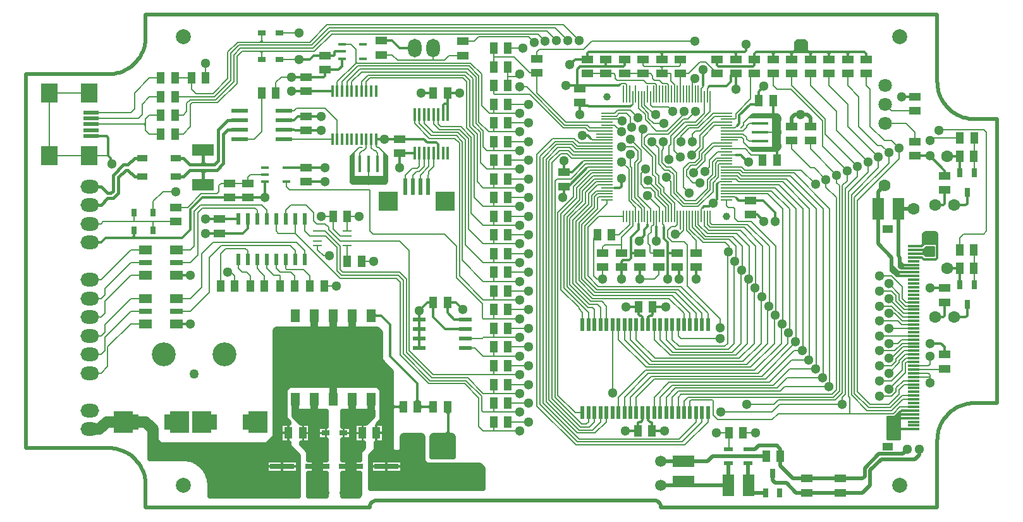
<source format=gtl>
%FSLAX43Y43*%
%MOMM*%
G71*
G01*
G75*
%ADD10C,0.300*%
%ADD11C,0.200*%
%ADD12C,0.500*%
%ADD13R,0.800X1.200*%
%ADD14R,0.700X1.100*%
%ADD15R,0.825X2.000*%
%ADD16R,2.200X2.500*%
%ADD17R,1.800X0.800*%
%ADD18R,1.800X1.200*%
%ADD19R,1.600X1.100*%
%ADD20R,1.100X1.600*%
%ADD21R,1.000X0.400*%
%ADD22O,0.200X0.400*%
%ADD23O,0.400X0.200*%
%ADD24C,1.000*%
%ADD25R,1.600X0.200*%
%ADD26R,0.200X1.600*%
%ADD27R,2.300X0.400*%
%ADD28R,3.250X0.700*%
%ADD29R,2.000X0.500*%
%ADD30R,0.500X1.700*%
%ADD31R,0.500X1.700*%
%ADD32R,0.350X1.800*%
%ADD33R,1.100X0.700*%
%ADD34R,1.200X1.800*%
%ADD35R,2.600X2.600*%
%ADD36R,0.500X2.200*%
%ADD37R,1.500X2.900*%
%ADD38R,2.900X1.500*%
%ADD39R,1.500X2.900*%
%ADD40R,2.900X1.500*%
%ADD41R,0.350X1.600*%
%ADD42R,2.270X0.550*%
%ADD43R,1.400X0.900*%
%ADD44R,0.600X1.550*%
%ADD45R,1.200X0.220*%
%ADD46R,0.400X2.300*%
%ADD47R,1.220X0.620*%
%ADD48R,1.000X0.450*%
%ADD49R,1.600X0.300*%
%ADD50R,1.400X1.000*%
%ADD51R,1.800X0.500*%
%ADD52C,0.200*%
%ADD53C,0.300*%
%ADD54C,0.400*%
%ADD55C,0.254*%
%ADD56C,1.500*%
%ADD57C,1.000*%
%ADD58O,2.500X1.800*%
%ADD59C,1.800*%
%ADD60R,2.500X3.000*%
%ADD61C,3.200*%
%ADD62C,1.270*%
%ADD63C,1.500*%
%ADD64C,2.000*%
%ADD65O,1.800X2.500*%
%ADD66C,1.600*%
%ADD67C,1.300*%
D10*
X480443Y565345D02*
D03*
D03*
X520443Y568145D02*
D03*
D03*
D11*
X542543Y556745D02*
D03*
D03*
D12*
X493193Y523574D02*
X493029Y523245D01*
X472943Y524748D02*
X472934Y524997D01*
X472907Y525246D01*
X472863Y525491D01*
X472801Y525733D01*
X472722Y525970D01*
X472626Y526201D01*
X472514Y526424D01*
X472387Y526639D01*
X472244Y526844D01*
X472087Y527038D01*
X471917Y527221D01*
X471734Y527391D01*
X471540Y527548D01*
X471334Y527690D01*
X471120Y527817D01*
X470896Y527929D01*
X470666Y528024D01*
X470429Y528103D01*
X470187Y528165D01*
X469941Y528209D01*
X469693Y528236D01*
X469443Y528245D01*
X551543Y523745D02*
X560443D01*
X550243Y525045D02*
X551543Y523745D01*
X548743Y525045D02*
X550243D01*
X548393Y525395D02*
X548743Y525045D01*
X548393Y525395D02*
Y526345D01*
X505642Y528495D02*
Y531296D01*
X505443Y531495D02*
X505693Y531245D01*
Y528495D02*
Y531245D01*
X505242Y528495D02*
Y531495D01*
X502943D02*
X505443D01*
X504842Y528495D02*
Y531495D01*
X504442Y528495D02*
Y531495D01*
X504042Y528495D02*
Y531495D01*
X503642Y528495D02*
Y531495D01*
X503242Y528495D02*
Y531495D01*
X502842Y528495D02*
Y531394D01*
X502693Y530944D02*
X505693D01*
X502693Y530544D02*
X505693D01*
X502693Y530144D02*
X505693D01*
X502792Y531344D02*
X505594D01*
X502693Y531245D02*
X502943Y531495D01*
X502693Y529744D02*
X505693D01*
X502693Y529344D02*
X505693D01*
X502693Y528944D02*
X505693D01*
X502693Y528495D02*
X505693D01*
X502693D02*
Y531245D01*
Y528544D02*
X505693D01*
X494943Y533995D02*
Y534745D01*
X494842Y533894D02*
Y534745D01*
X494442Y533494D02*
Y534745D01*
X494042Y533094D02*
Y534745D01*
X493642Y532995D02*
Y534745D01*
X493943Y532995D02*
X494943Y533995D01*
X492443Y532995D02*
X493943D01*
X492443Y530495D02*
X493693D01*
X493242Y532995D02*
Y534745D01*
X492842Y532995D02*
Y534745D01*
X491943Y532544D02*
X492443D01*
X491642Y532545D02*
Y534745D01*
X491943Y530945D02*
Y532545D01*
Y532144D02*
X492443D01*
X491943Y531744D02*
X492443D01*
X491943Y531344D02*
X492443D01*
X493693Y529745D02*
Y530495D01*
X493642Y529694D02*
Y530495D01*
X493242Y529294D02*
Y530495D01*
X492443D02*
Y532995D01*
X492842Y528045D02*
Y530495D01*
X493193Y529245D02*
X493693Y529745D01*
X493193Y528045D02*
Y529245D01*
Y523574D02*
Y526445D01*
X492842Y523245D02*
Y526445D01*
X492442Y528045D02*
Y534745D01*
X492042Y528045D02*
Y534745D01*
X491642Y528045D02*
Y530945D01*
X491242Y528045D02*
Y530945D01*
X492442Y523245D02*
Y526445D01*
X492042Y523245D02*
Y526445D01*
X491642Y523245D02*
Y526445D01*
X490693Y534745D02*
X494943D01*
X490693Y534544D02*
X494943D01*
X490693Y534144D02*
X494943D01*
X490693Y533744D02*
X494692D01*
X490693Y533344D02*
X494292D01*
X490693Y532944D02*
X492443D01*
X490693Y530944D02*
X492443D01*
X490693Y530144D02*
X493693D01*
X490693Y529744D02*
X493692D01*
X490693Y529344D02*
X493292D01*
X491242Y532545D02*
Y534745D01*
X490842Y532545D02*
Y534745D01*
X490693Y532545D02*
Y534745D01*
Y532545D02*
X491943D01*
X490693Y530945D02*
X491943D01*
X490693Y530544D02*
X492443D01*
X490693Y528944D02*
X493193D01*
X490693Y528544D02*
X493193D01*
X490693Y528144D02*
X493193D01*
X490693Y528045D02*
X493193D01*
X490693Y526445D02*
X493193D01*
X490693Y526144D02*
X493193D01*
X490693Y525744D02*
X493193D01*
X490693Y525344D02*
X493193D01*
X490693Y524944D02*
X493193D01*
X490693Y524544D02*
X493193D01*
X491242Y523245D02*
Y526445D01*
X490842Y528045D02*
Y530945D01*
Y523245D02*
Y526445D01*
X490693Y528045D02*
Y530945D01*
Y523245D02*
Y526445D01*
Y524144D02*
X493193D01*
X490693Y523744D02*
X493193D01*
X490693Y523344D02*
X493068D01*
X490693Y523245D02*
X493029D01*
X488693Y532545D02*
Y534745D01*
X488442Y532545D02*
Y534745D01*
X486443Y532944D02*
X488693D01*
X487543Y532545D02*
X488693D01*
X487543Y530945D02*
X488693D01*
X486443Y530944D02*
X488693D01*
X486443Y530544D02*
X488693D01*
X488042Y532545D02*
Y534745D01*
X486442Y532995D02*
Y534745D01*
X487642Y532545D02*
Y534745D01*
X486443Y532544D02*
X487543D01*
X486443Y530495D02*
Y532995D01*
Y532144D02*
X487543D01*
Y530945D02*
Y532545D01*
X486443Y531744D02*
X487543D01*
X486443Y531344D02*
X487543D01*
X488693Y528045D02*
Y530945D01*
X488442Y528045D02*
Y530945D01*
X488693Y523245D02*
Y526445D01*
X488042Y528045D02*
Y530945D01*
X487642Y528045D02*
Y530945D01*
X486193Y524144D02*
X488693D01*
X488442Y523245D02*
Y526445D01*
X488042Y523245D02*
Y526445D01*
X486193Y523744D02*
X488693D01*
X486193Y523344D02*
X488693D01*
X487242Y528045D02*
Y534745D01*
X486842Y528045D02*
Y534745D01*
X486442Y528045D02*
Y530495D01*
X487642Y523245D02*
Y526445D01*
X487242Y523245D02*
Y526445D01*
X486842Y523245D02*
Y526445D01*
X486442Y523245D02*
Y526445D01*
X484193Y534745D02*
X488693D01*
X484444Y533744D02*
X488693D01*
X486042Y532995D02*
Y534745D01*
X484193Y534544D02*
X488693D01*
X484193Y534144D02*
X488693D01*
X485193Y532995D02*
X486443D01*
X485294Y530144D02*
X488693D01*
X484844Y533344D02*
X488693D01*
X485193Y530495D02*
X486443D01*
X485642Y532995D02*
Y534745D01*
X484842Y533346D02*
Y534745D01*
X485242Y532995D02*
Y534745D01*
X484193Y533995D02*
Y534745D01*
X484442Y533746D02*
Y534745D01*
X484193Y533995D02*
X485193Y532995D01*
Y530245D02*
Y530495D01*
X486193Y528944D02*
X488693D01*
X486193Y528544D02*
X488693D01*
X486193Y528144D02*
X488693D01*
X485694Y529744D02*
X488693D01*
X486094Y529344D02*
X488693D01*
X486193Y528045D02*
X488693D01*
X486193Y526445D02*
X488693D01*
X486193Y526144D02*
X488693D01*
X486193Y525744D02*
X488693D01*
X486193Y525344D02*
X488693D01*
X486042Y529396D02*
Y530495D01*
X485642Y529796D02*
Y530495D01*
X486193Y528045D02*
Y529245D01*
X485242Y530196D02*
Y530495D01*
X485193Y530245D02*
X486193Y529245D01*
Y524944D02*
X488693D01*
X486193Y523245D02*
Y526445D01*
Y524544D02*
X488693D01*
X486193Y523245D02*
X488693D01*
X545063Y523745D02*
Y527665D01*
X542443Y524245D02*
Y527665D01*
X545143Y523745D02*
X547443D01*
X545063Y529565D02*
X546063D01*
X546543Y530045D01*
X548943D01*
X549443Y529545D01*
Y527345D02*
X551143Y525645D01*
X560443Y523745D02*
X561443Y524745D01*
Y526745D02*
X562943Y528245D01*
X561443Y524745D02*
Y526745D01*
X560443Y525645D02*
X560743Y525945D01*
Y527045D01*
X562643Y528945D01*
X533443Y524745D02*
X542443D01*
X539643Y527945D02*
X540313Y528615D01*
X547543D01*
X533443Y527945D02*
X539643D01*
X565843Y528945D02*
X566443Y529545D01*
X562643Y528945D02*
X565843D01*
X567443Y528245D02*
X568043Y528845D01*
Y529545D01*
X562943Y528245D02*
X567443D01*
X549443Y527345D02*
Y529545D01*
X551143Y525645D02*
X560443D01*
X565443Y554345D02*
Y555245D01*
X565243Y555445D02*
X565443Y555245D01*
X565243Y555445D02*
Y561745D01*
X564343Y553845D02*
Y555245D01*
X562543Y557045D02*
X564343Y555245D01*
X565243Y561745D02*
X567243D01*
X471642Y527468D02*
Y530245D01*
X472043Y527089D02*
Y530245D01*
X471787Y527344D02*
X480618D01*
X471247Y527744D02*
X480618D01*
X464943Y528245D02*
X469443D01*
X466443D02*
Y530246D01*
X470443Y528099D02*
Y530245D01*
X470842Y527953D02*
Y530245D01*
X471242Y527747D02*
Y530245D01*
X472943Y523245D02*
Y524745D01*
X473242Y523245D02*
Y530245D01*
X480842Y523245D02*
Y526445D01*
X473642Y523245D02*
Y530245D01*
X474042Y523245D02*
Y530245D01*
X472443Y526549D02*
Y530245D01*
X472842Y525578D02*
Y530245D01*
X472445Y526544D02*
X480618D01*
X472166Y526944D02*
X480618D01*
Y526445D02*
Y528045D01*
X474443Y523245D02*
Y530245D01*
X474842Y523245D02*
Y530245D01*
X475242Y523245D02*
Y530245D01*
X475642Y523245D02*
Y530245D01*
X476042Y523245D02*
Y530245D01*
X464943Y528245D02*
Y530745D01*
X465243Y528245D02*
Y530745D01*
X476443Y523245D02*
Y530245D01*
X465643Y528245D02*
Y530745D01*
X466043Y528245D02*
Y530646D01*
X476842Y523245D02*
Y530245D01*
X477242Y523245D02*
Y530245D01*
X477642Y523245D02*
Y530245D01*
X478042Y523245D02*
Y530245D01*
X478442Y523245D02*
Y530245D01*
X478842Y523245D02*
Y530245D01*
X479242Y523245D02*
Y530245D01*
X479642Y523245D02*
Y530245D01*
X480042Y523245D02*
Y530245D01*
X480442Y523245D02*
Y530245D01*
X472943Y523245D02*
X484943D01*
X472943Y523344D02*
X484943D01*
X472943Y523744D02*
X484943D01*
X472943Y524144D02*
X484943D01*
X472943Y524544D02*
X484943D01*
X472937Y524944D02*
X484943D01*
X480618Y526445D02*
X484768D01*
X472891Y525344D02*
X484943D01*
X472651Y526144D02*
X484943D01*
X472797Y525744D02*
X484943D01*
X481242Y523245D02*
Y526445D01*
X481642Y523245D02*
Y526445D01*
X482042Y523245D02*
Y526445D01*
X482442Y523245D02*
Y526445D01*
X482842Y523245D02*
Y526445D01*
X483242Y523245D02*
Y526445D01*
X483642Y523245D02*
Y526445D01*
X484042Y523245D02*
Y526445D01*
X484442Y523245D02*
Y526445D01*
X484768Y526544D02*
X484943D01*
X480842Y528045D02*
Y530394D01*
X480618Y528045D02*
X484768D01*
X481242D02*
Y530794D01*
X481642Y528045D02*
Y531194D01*
X470277Y528144D02*
X484943D01*
X482042Y528045D02*
Y545745D01*
X482442Y528045D02*
Y545745D01*
X484768Y526445D02*
Y528045D01*
Y526944D02*
X484943D01*
X484768Y527344D02*
X484943D01*
X484768Y527744D02*
X484943D01*
X482842Y528045D02*
Y530495D01*
X483242Y528045D02*
Y530495D01*
X484442Y528045D02*
Y529246D01*
X483642Y528045D02*
Y530495D01*
X484042Y528045D02*
Y529646D01*
X466842Y528245D02*
Y530245D01*
X467242Y528245D02*
Y530245D01*
X467642Y528245D02*
Y530245D01*
X468043Y528245D02*
Y530245D01*
X468443Y528245D02*
Y530245D01*
X464943Y530544D02*
X466144D01*
X464943Y530745D02*
X465943D01*
X468842Y528245D02*
Y530245D01*
X465943Y530745D02*
X466443Y530245D01*
X480693D01*
X469242Y528245D02*
Y530245D01*
X469642Y528239D02*
Y530245D01*
X470043Y528193D02*
Y530245D01*
X480693D02*
X481693Y531245D01*
X480992Y530544D02*
X482543D01*
X481392Y530944D02*
X482543D01*
X481693Y531344D02*
X482543D01*
X481693Y531744D02*
X482543D01*
X481693Y532144D02*
X482543D01*
X481693Y532544D02*
X482543D01*
X481693Y532944D02*
X482543D01*
X481693Y533744D02*
X483194D01*
X481693Y534144D02*
X483193D01*
X481693Y534544D02*
X483193D01*
X481693Y534944D02*
X483193D01*
X481693Y535344D02*
X483193D01*
X481693Y535744D02*
X483193D01*
X481693Y536144D02*
X483193D01*
X482543Y530495D02*
Y532995D01*
X481693Y531245D02*
Y545495D01*
X483242Y532995D02*
Y533696D01*
X482842Y532995D02*
Y545745D01*
X483193Y533745D02*
Y537495D01*
X481693Y536544D02*
X483193D01*
X481693Y545495D02*
X481943Y545745D01*
X481693Y536944D02*
X483193D01*
X481693Y537344D02*
X483193D01*
X483242Y537544D02*
Y545745D01*
X464943Y529744D02*
X483944D01*
X464943Y530144D02*
X483693D01*
X464943Y528544D02*
X484943D01*
X464943Y528944D02*
X484744D01*
X464943Y529344D02*
X484344D01*
X481693Y533344D02*
X483594D01*
X481693Y537744D02*
X483442D01*
X481693Y538144D02*
X497443D01*
X481693Y538544D02*
X497443D01*
X481693Y538944D02*
X497443D01*
X483693Y529995D02*
Y530495D01*
Y529995D02*
X484943Y528745D01*
X482543Y530495D02*
X483693D01*
X482543Y532995D02*
X483693D01*
Y533245D01*
X483642Y532995D02*
Y533296D01*
X483193Y533745D02*
X483693Y533245D01*
X483193Y537495D02*
X483693Y537995D01*
X495443D01*
X481693Y540544D02*
X496894D01*
X481693Y540944D02*
X496494D01*
X481693Y539344D02*
X497443D01*
X481693Y539744D02*
X497443D01*
X481693Y540144D02*
X497294D01*
X481693Y541744D02*
X495943D01*
X481693Y542144D02*
X495943D01*
X481693Y541344D02*
X496094D01*
X481693Y542544D02*
X495943D01*
X481693Y542944D02*
X495943D01*
X483642Y537944D02*
Y545745D01*
X484042Y537995D02*
Y545745D01*
X481693Y543344D02*
X495943D01*
X481693Y543744D02*
X495943D01*
X484442Y537995D02*
Y545745D01*
X481693Y545344D02*
X495844D01*
X481943Y545745D02*
X495443D01*
X481942Y545744D02*
X495444D01*
X481693Y544144D02*
X495943D01*
X481693Y544544D02*
X495943D01*
X481693Y544944D02*
X495943D01*
X494842Y524245D02*
Y526445D01*
X494618D02*
Y528045D01*
X495242Y524245D02*
Y526445D01*
X494618D02*
X498768D01*
X495642Y524245D02*
Y526445D01*
X494443Y526544D02*
X494618D01*
X494443Y526944D02*
X494618D01*
X494443Y527344D02*
X494618D01*
X494443Y527744D02*
X494618D01*
X496042Y524245D02*
Y526445D01*
X496442Y524245D02*
Y526445D01*
X496842Y524245D02*
Y526445D01*
X497242Y524245D02*
Y526445D01*
X497642Y524245D02*
Y526445D01*
X498042Y524245D02*
Y526445D01*
X498442Y524245D02*
Y526445D01*
X484943Y523245D02*
Y528745D01*
X484842Y523245D02*
Y528846D01*
X494618Y528045D02*
X498768D01*
X494443Y524245D02*
Y528745D01*
X494842Y528045D02*
Y529144D01*
X495242Y528045D02*
Y530495D01*
X495642Y528045D02*
Y530495D01*
X496042Y528045D02*
Y530495D01*
X496442Y528045D02*
Y540996D01*
X496842Y528045D02*
Y540596D01*
X498842Y524245D02*
Y531394D01*
X499242Y524245D02*
Y531495D01*
X499642Y524245D02*
Y531495D01*
X500042Y524245D02*
Y531495D01*
X500442Y524245D02*
Y531495D01*
X497642Y528045D02*
Y529296D01*
X497242Y528045D02*
Y540196D01*
X498768Y526445D02*
Y528045D01*
X498042D02*
Y529245D01*
X498442Y528045D02*
Y529245D01*
X494443Y524245D02*
X509693D01*
X502442D02*
Y527495D01*
X494443Y524544D02*
X509693D01*
X494443Y524944D02*
X509693D01*
X494443Y525344D02*
X509693D01*
X494443Y525744D02*
X509693D01*
X498768Y527344D02*
X509344D01*
X494443Y526144D02*
X509693D01*
X498768Y526544D02*
X509693D01*
X498768Y526944D02*
X509693D01*
X502842Y524245D02*
Y527495D01*
X503242Y524245D02*
Y527495D01*
X503642Y524245D02*
Y527495D01*
X504042Y524245D02*
Y527495D01*
X504442Y524245D02*
Y527495D01*
X504842Y524245D02*
Y527495D01*
X505242Y524245D02*
Y527495D01*
X509642Y524245D02*
Y527046D01*
X509242Y524245D02*
Y527446D01*
X509693Y524245D02*
Y526995D01*
X500842Y524245D02*
Y531495D01*
X501242Y524245D02*
Y531495D01*
X502042Y524245D02*
Y527646D01*
X501693Y527995D02*
X502193Y527495D01*
X501642Y524245D02*
Y531296D01*
X494443Y528144D02*
X501693D01*
Y527995D02*
Y531245D01*
X502193Y527495D02*
X509193D01*
X494443Y528544D02*
X501693D01*
X498768Y527744D02*
X501944D01*
X505642Y524245D02*
Y527495D01*
X506042Y524245D02*
Y527495D01*
X506442Y524245D02*
Y527495D01*
X506842Y524245D02*
Y527495D01*
X507242Y524245D02*
Y527495D01*
X507642Y524245D02*
Y527495D01*
X508042Y524245D02*
Y527495D01*
X508442Y524245D02*
Y527495D01*
X508842Y524245D02*
Y527495D01*
X509193D02*
X509693Y526995D01*
X484842Y537995D02*
Y545745D01*
X485242Y537995D02*
Y545745D01*
X494443Y528745D02*
X495193Y529495D01*
X485642Y537995D02*
Y545745D01*
X495193Y529495D02*
Y530495D01*
X486042Y537995D02*
Y545745D01*
X486442Y537995D02*
Y545745D01*
X486842Y537995D02*
Y545745D01*
X487242Y537995D02*
Y545745D01*
X487642Y537995D02*
Y545745D01*
X495443Y532995D02*
X495943Y533495D01*
X495642Y532995D02*
Y533194D01*
X495943Y533495D02*
Y537495D01*
X495642Y537796D02*
Y545546D01*
X495443Y537995D02*
X495943Y537495D01*
Y541495D02*
Y545245D01*
X496042Y532995D02*
Y541396D01*
X488042Y537995D02*
Y545745D01*
X488442Y537995D02*
Y545745D01*
X488842Y537995D02*
Y545745D01*
X489242Y537995D02*
Y545745D01*
X489642Y537995D02*
Y545745D01*
X490042Y537995D02*
Y545745D01*
X490442Y537995D02*
Y545745D01*
X490842Y537995D02*
Y545745D01*
X491242Y537995D02*
Y545745D01*
X491642Y537995D02*
Y545745D01*
X492042Y537995D02*
Y545745D01*
X492442Y537995D02*
Y545745D01*
X492842Y537995D02*
Y545745D01*
X493242Y537995D02*
Y545745D01*
X493642Y537995D02*
Y545745D01*
X494042Y537995D02*
Y545745D01*
X494442Y537995D02*
Y545745D01*
X494842Y537995D02*
Y545745D01*
X495242Y537995D02*
Y545745D01*
X495443D02*
X495943Y545245D01*
X495042Y529344D02*
X497594D01*
X495193Y529744D02*
X497443D01*
X494642Y528944D02*
X501693D01*
X497443Y529495D02*
X497693Y529245D01*
X498443D01*
X495193Y530144D02*
X497443D01*
X495193Y530495D02*
X496343D01*
Y530544D02*
X497443D01*
X496343Y530944D02*
X497443D01*
X496343Y531344D02*
X497443D01*
X498443Y529245D02*
X498693Y529495D01*
Y531245D01*
X498542Y529344D02*
X501693D01*
X498693Y529744D02*
X501693D01*
X498693Y530144D02*
X501693D01*
X498693Y531245D02*
X498943Y531495D01*
X501443D01*
X498693Y530544D02*
X501693D01*
X498693Y530944D02*
X501693D01*
X498792Y531344D02*
X501594D01*
X495443Y532995D02*
X496343D01*
X495792Y533344D02*
X497443D01*
X495943Y533744D02*
X497443D01*
X495943Y534144D02*
X497443D01*
X495943Y534544D02*
X497443D01*
X495943Y534944D02*
X497443D01*
X495943Y535344D02*
X497443D01*
X495943Y535744D02*
X497443D01*
X495694Y537744D02*
X497443D01*
X495943Y536144D02*
X497443D01*
X496343Y530495D02*
Y532995D01*
X497443Y529495D02*
Y539995D01*
X501443Y531495D02*
X501693Y531245D01*
X496343Y531744D02*
X497443D01*
X496343Y532144D02*
X497443D01*
X496343Y532544D02*
X497443D01*
X495943Y536544D02*
X497443D01*
X496343Y532944D02*
X497443D01*
X495943Y536944D02*
X497443D01*
X495943Y537344D02*
X497443D01*
X495943Y541495D02*
X497443Y539995D01*
X562543Y564045D02*
X563343Y564845D01*
X562543Y557045D02*
Y564045D01*
X553443Y572745D02*
Y573945D01*
X553043Y574345D02*
X553443Y573945D01*
X550943Y572745D02*
Y573945D01*
X551343Y574345D01*
X553043D01*
X495443Y522745D02*
X495184Y522711D01*
X494943Y522611D01*
X494736Y522452D01*
X494577Y522245D01*
X494477Y522004D01*
X494443Y521745D01*
X533443D02*
X533409Y522004D01*
X533309Y522245D01*
X533150Y522452D01*
X532943Y522611D01*
X532702Y522711D01*
X532443Y522745D01*
X570443Y578745D02*
X570450Y578492D01*
X570469Y578239D01*
X570501Y577988D01*
X570545Y577738D01*
X570603Y577492D01*
X570672Y577248D01*
X570754Y577008D01*
X570848Y576773D01*
X570954Y576543D01*
X571071Y576318D01*
X571200Y576100D01*
X571339Y575889D01*
X571489Y575684D01*
X571649Y575488D01*
X571819Y575300D01*
X571998Y575121D01*
X572186Y574951D01*
X572383Y574791D01*
X572587Y574641D01*
X572798Y574502D01*
X573017Y574373D01*
X573241Y574256D01*
X573471Y574150D01*
X573707Y574056D01*
X573946Y573974D01*
X574190Y573905D01*
X574437Y573847D01*
X574686Y573803D01*
X574937Y573771D01*
X575190Y573751D01*
X575443Y573745D01*
Y535745D02*
X575190Y535739D01*
X574937Y535719D01*
X574686Y535687D01*
X574437Y535643D01*
X574190Y535585D01*
X573946Y535516D01*
X573707Y535434D01*
X573471Y535340D01*
X573241Y535234D01*
X573017Y535117D01*
X572798Y534988D01*
X572587Y534849D01*
X572383Y534699D01*
X572186Y534539D01*
X571998Y534369D01*
X571819Y534190D01*
X571649Y534002D01*
X571489Y533805D01*
X571339Y533601D01*
X571200Y533390D01*
X571071Y533171D01*
X570954Y532947D01*
X570848Y532717D01*
X570754Y532481D01*
X570672Y532242D01*
X570603Y531998D01*
X570545Y531751D01*
X570501Y531502D01*
X570469Y531251D01*
X570450Y530998D01*
X570443Y530745D01*
X464443Y524745D02*
X464437Y524998D01*
X464417Y525251D01*
X464385Y525502D01*
X464341Y525751D01*
X464284Y525998D01*
X464214Y526242D01*
X464132Y526481D01*
X464038Y526717D01*
X463932Y526947D01*
X463815Y527171D01*
X463686Y527390D01*
X463547Y527601D01*
X463397Y527805D01*
X463237Y528002D01*
X463067Y528190D01*
X462888Y528369D01*
X462700Y528539D01*
X462504Y528699D01*
X462299Y528849D01*
X462088Y528988D01*
X461870Y529117D01*
X461645Y529234D01*
X461415Y529340D01*
X461180Y529434D01*
X460940Y529516D01*
X460696Y529585D01*
X460450Y529643D01*
X460200Y529687D01*
X459949Y529719D01*
X459696Y529739D01*
X459443Y529745D01*
Y579745D02*
X459696Y579751D01*
X459949Y579771D01*
X460200Y579803D01*
X460450Y579847D01*
X460696Y579905D01*
X460940Y579974D01*
X461180Y580056D01*
X461415Y580150D01*
X461645Y580256D01*
X461870Y580373D01*
X462088Y580502D01*
X462299Y580641D01*
X462504Y580791D01*
X462700Y580951D01*
X462888Y581121D01*
X463067Y581300D01*
X463237Y581488D01*
X463397Y581684D01*
X463547Y581889D01*
X463686Y582100D01*
X463815Y582318D01*
X463932Y582543D01*
X464038Y582773D01*
X464132Y583008D01*
X464214Y583248D01*
X464284Y583492D01*
X464341Y583738D01*
X464385Y583988D01*
X464417Y584239D01*
X464437Y584492D01*
X464443Y584745D01*
Y521745D02*
X494443D01*
X495443Y522745D02*
X532443D01*
X533443Y521745D02*
X570443D01*
X464443Y587745D02*
X570443D01*
X570443Y578745D01*
X575443Y573745D02*
X578443D01*
X570443Y521745D02*
X570443Y530745D01*
X575443Y535745D02*
X578443D01*
X464443Y521745D02*
X464443Y524745D01*
X464443Y587745D02*
X464443Y584745D01*
X448443Y529745D02*
X459443D01*
X448443Y579745D02*
X459443D01*
X448443Y529745D02*
Y579745D01*
X578443Y535745D02*
Y573745D01*
D13*
X547443Y523745D02*
D03*
X549343D02*
D03*
X548393Y526345D02*
D03*
X575393Y551545D02*
D03*
X573493D02*
D03*
X574443Y548945D02*
D03*
X573493Y566545D02*
D03*
X574443Y563945D02*
D03*
X575393Y566545D02*
D03*
D14*
X462843Y561245D02*
D03*
Y558845D02*
D03*
X465443Y561245D02*
D03*
Y558845D02*
D03*
D15*
X473533Y533245D02*
D03*
X467353D02*
D03*
X477853D02*
D03*
X463033D02*
D03*
D16*
X451543Y568845D02*
D03*
Y577245D02*
D03*
X456843Y568845D02*
D03*
Y577245D02*
D03*
D17*
X468543Y554545D02*
D03*
X464443Y554545D02*
D03*
X464443Y548045D02*
D03*
X468543D02*
D03*
D18*
X464443Y556245D02*
D03*
X468543Y552845D02*
D03*
X464443Y552845D02*
D03*
X468543Y556245D02*
D03*
Y549745D02*
D03*
X464443Y546345D02*
D03*
X468543D02*
D03*
X464443Y549745D02*
D03*
D19*
X516843Y579945D02*
D03*
Y581845D02*
D03*
X485943Y567245D02*
D03*
Y565345D02*
D03*
X525643Y553945D02*
D03*
Y555845D02*
D03*
X520443Y566645D02*
D03*
Y564745D02*
D03*
X553443Y581745D02*
D03*
Y579845D02*
D03*
X543443Y581745D02*
D03*
Y579845D02*
D03*
X540943Y581745D02*
D03*
Y579845D02*
D03*
X533543Y581745D02*
D03*
Y579845D02*
D03*
X536043Y581745D02*
D03*
Y579845D02*
D03*
X550943Y570845D02*
D03*
Y572745D02*
D03*
X528143Y555845D02*
D03*
Y553945D02*
D03*
X531043Y579845D02*
D03*
Y581745D02*
D03*
X528543Y579845D02*
D03*
Y581745D02*
D03*
X526043D02*
D03*
Y579845D02*
D03*
X523543Y581745D02*
D03*
Y579845D02*
D03*
X538143Y553945D02*
D03*
Y555845D02*
D03*
X474343Y560345D02*
D03*
Y558445D02*
D03*
X485943Y579370D02*
D03*
Y577470D02*
D03*
X545943Y579845D02*
D03*
X560943D02*
D03*
X550943D02*
D03*
X567443Y574845D02*
D03*
Y570745D02*
D03*
X553443Y570845D02*
D03*
X552943Y525645D02*
D03*
X567443Y576745D02*
D03*
X488443Y580345D02*
D03*
X558443Y579845D02*
D03*
X552943Y523745D02*
D03*
X560943Y581745D02*
D03*
X553443Y572745D02*
D03*
X550943Y581745D02*
D03*
X558443D02*
D03*
X567443Y568845D02*
D03*
X545943Y581745D02*
D03*
X488443Y582245D02*
D03*
X468443Y560045D02*
D03*
Y561945D02*
D03*
X485943Y574145D02*
D03*
Y572245D02*
D03*
X475643Y563245D02*
D03*
Y565145D02*
D03*
X478143Y563245D02*
D03*
Y565145D02*
D03*
X498443Y569190D02*
D03*
Y571090D02*
D03*
X557443Y523745D02*
D03*
Y525645D02*
D03*
X571443Y542245D02*
D03*
X506943Y582245D02*
D03*
Y584145D02*
D03*
X495943Y584245D02*
D03*
Y582345D02*
D03*
X555943Y581745D02*
D03*
Y579845D02*
D03*
X548443Y581745D02*
D03*
Y579845D02*
D03*
X545443Y560945D02*
D03*
Y562845D02*
D03*
X571443Y540345D02*
D03*
Y549245D02*
D03*
Y551145D02*
D03*
Y566145D02*
D03*
Y564245D02*
D03*
X522543Y575945D02*
D03*
Y577845D02*
D03*
X533143Y553945D02*
D03*
Y555845D02*
D03*
X535643Y553945D02*
D03*
Y555845D02*
D03*
X530643Y553945D02*
D03*
Y555845D02*
D03*
D20*
X542543Y531745D02*
D03*
X544443D02*
D03*
X548443Y576245D02*
D03*
X546543D02*
D03*
X511043Y535745D02*
D03*
X512943D02*
D03*
X532343Y548645D02*
D03*
X530443D02*
D03*
X530343Y532045D02*
D03*
X532243D02*
D03*
X512943Y553245D02*
D03*
X511043D02*
D03*
X504843Y535245D02*
D03*
X502943D02*
D03*
X476343Y551445D02*
D03*
X474443D02*
D03*
X504843Y577245D02*
D03*
X502943D02*
D03*
X511043Y540745D02*
D03*
Y555745D02*
D03*
Y543245D02*
D03*
Y545745D02*
D03*
Y550745D02*
D03*
Y565745D02*
D03*
Y558245D02*
D03*
Y575745D02*
D03*
X468343Y571745D02*
D03*
X466443D02*
D03*
X482443Y551445D02*
D03*
X484343D02*
D03*
X478443D02*
D03*
X480343D02*
D03*
X549443Y528615D02*
D03*
X511043Y560745D02*
D03*
Y538245D02*
D03*
X547543Y528615D02*
D03*
X495343Y531745D02*
D03*
X511043Y573245D02*
D03*
X512943Y543245D02*
D03*
Y545745D02*
D03*
Y560745D02*
D03*
Y558245D02*
D03*
Y555745D02*
D03*
Y550745D02*
D03*
Y538245D02*
D03*
Y540745D02*
D03*
Y565745D02*
D03*
Y573245D02*
D03*
Y575745D02*
D03*
X493443Y531745D02*
D03*
X483543D02*
D03*
X485443D02*
D03*
X466443Y576745D02*
D03*
X468343D02*
D03*
X466443Y574245D02*
D03*
X468343D02*
D03*
X470543Y579245D02*
D03*
X472443D02*
D03*
X479943Y577245D02*
D03*
X481843D02*
D03*
X488343Y551445D02*
D03*
X486443D02*
D03*
X493343Y554745D02*
D03*
X491443D02*
D03*
X512943Y533245D02*
D03*
X511043D02*
D03*
X491443Y560745D02*
D03*
X489543D02*
D03*
X512943Y548245D02*
D03*
X511043D02*
D03*
X512943Y568245D02*
D03*
X511043D02*
D03*
X512943Y563245D02*
D03*
X511043D02*
D03*
X512943Y570745D02*
D03*
X511043D02*
D03*
X500843Y535245D02*
D03*
X498943D02*
D03*
X468343Y579245D02*
D03*
X466443D02*
D03*
X504843Y549245D02*
D03*
X502943D02*
D03*
X511043Y583245D02*
D03*
X512943D02*
D03*
Y578245D02*
D03*
X511043D02*
D03*
X512943Y580745D02*
D03*
X511043D02*
D03*
X575343Y553745D02*
D03*
X573443D02*
D03*
Y568745D02*
D03*
X575343D02*
D03*
Y556245D02*
D03*
X573443D02*
D03*
X575393Y571245D02*
D03*
X573493D02*
D03*
X548943Y568245D02*
D03*
X547043D02*
D03*
X524943Y558245D02*
D03*
X526843D02*
D03*
D21*
X480443Y567245D02*
D03*
Y566295D02*
D03*
Y565345D02*
D03*
X483243D02*
D03*
Y567245D02*
D03*
D22*
X528443Y578045D02*
D03*
X536043Y559145D02*
D03*
X529243Y578045D02*
D03*
X530043Y578045D02*
D03*
X531643D02*
D03*
X532443D02*
D03*
X533243D02*
D03*
X533643Y578045D02*
D03*
X538443Y578045D02*
D03*
X538043D02*
D03*
X537243D02*
D03*
X536843D02*
D03*
X536443D02*
D03*
X535643D02*
D03*
X534843D02*
D03*
X534043Y578045D02*
D03*
D23*
X524943Y571345D02*
D03*
Y571745D02*
D03*
X543543Y570945D02*
D03*
D24*
X542243Y560745D02*
D03*
X526243Y576745D02*
D03*
D25*
Y574545D02*
D03*
Y562945D02*
D03*
Y563345D02*
D03*
Y563745D02*
D03*
Y564145D02*
D03*
Y564545D02*
D03*
Y564945D02*
D03*
Y565345D02*
D03*
Y565745D02*
D03*
Y566145D02*
D03*
Y566545D02*
D03*
Y566945D02*
D03*
Y567345D02*
D03*
Y567745D02*
D03*
Y568145D02*
D03*
Y568545D02*
D03*
Y568945D02*
D03*
Y569345D02*
D03*
Y569745D02*
D03*
Y570145D02*
D03*
Y570545D02*
D03*
Y570945D02*
D03*
Y571345D02*
D03*
Y571745D02*
D03*
Y572145D02*
D03*
Y572545D02*
D03*
Y572945D02*
D03*
Y573345D02*
D03*
Y573745D02*
D03*
Y574145D02*
D03*
X542243Y562945D02*
D03*
Y574545D02*
D03*
Y574145D02*
D03*
Y573745D02*
D03*
Y573345D02*
D03*
Y572945D02*
D03*
Y572545D02*
D03*
Y572145D02*
D03*
Y571745D02*
D03*
Y571345D02*
D03*
Y570945D02*
D03*
Y570545D02*
D03*
Y570145D02*
D03*
Y569745D02*
D03*
Y569345D02*
D03*
Y568945D02*
D03*
Y568545D02*
D03*
Y568145D02*
D03*
Y567745D02*
D03*
Y567345D02*
D03*
Y566945D02*
D03*
Y566545D02*
D03*
Y566145D02*
D03*
Y565745D02*
D03*
Y565345D02*
D03*
Y564945D02*
D03*
Y564545D02*
D03*
Y564145D02*
D03*
Y563745D02*
D03*
Y563345D02*
D03*
D26*
X528443Y560745D02*
D03*
X540043D02*
D03*
X539643D02*
D03*
X539243D02*
D03*
X538843D02*
D03*
X538443D02*
D03*
X538043D02*
D03*
X537643D02*
D03*
X537243D02*
D03*
X536843D02*
D03*
X536443D02*
D03*
X536043D02*
D03*
X535643D02*
D03*
X535243D02*
D03*
X534843D02*
D03*
X534443D02*
D03*
X534043D02*
D03*
X533643D02*
D03*
X533243D02*
D03*
X532843D02*
D03*
X532443D02*
D03*
X532043D02*
D03*
X531643D02*
D03*
X531243D02*
D03*
X530843D02*
D03*
X530443D02*
D03*
X530043D02*
D03*
X529643D02*
D03*
X529243D02*
D03*
X528843D02*
D03*
X540043Y576745D02*
D03*
X528443D02*
D03*
X528843D02*
D03*
X529243D02*
D03*
X529643D02*
D03*
X530043D02*
D03*
X530443D02*
D03*
X530843D02*
D03*
X531243D02*
D03*
X531643D02*
D03*
X532043D02*
D03*
X532443D02*
D03*
X532843D02*
D03*
X533243D02*
D03*
X533643D02*
D03*
X534043D02*
D03*
X534443D02*
D03*
X534843D02*
D03*
X535243D02*
D03*
X535643D02*
D03*
X536043D02*
D03*
X536443D02*
D03*
X536843D02*
D03*
X537243D02*
D03*
X537643D02*
D03*
X538043D02*
D03*
X538443D02*
D03*
X538843D02*
D03*
X539243D02*
D03*
X539643D02*
D03*
D27*
X546688Y571970D02*
D03*
Y570770D02*
D03*
Y573170D02*
D03*
D28*
X482693Y527245D02*
D03*
X487443D02*
D03*
X496693D02*
D03*
X491943D02*
D03*
D29*
X457093Y572245D02*
D03*
Y571445D02*
D03*
Y574645D02*
D03*
Y573845D02*
D03*
Y573045D02*
D03*
D30*
X526143Y546245D02*
D03*
X525343D02*
D03*
X524543D02*
D03*
X523743D02*
D03*
X522943D02*
D03*
Y534445D02*
D03*
X523743D02*
D03*
X524543D02*
D03*
X525343D02*
D03*
X526143D02*
D03*
X538143D02*
D03*
X538943D02*
D03*
X539743D02*
D03*
X534943Y546245D02*
D03*
X534143D02*
D03*
X533343D02*
D03*
X532543D02*
D03*
X530143D02*
D03*
X529343D02*
D03*
X528543D02*
D03*
X527743D02*
D03*
Y534445D02*
D03*
X528543D02*
D03*
X529343D02*
D03*
X530143D02*
D03*
X532543D02*
D03*
X533343D02*
D03*
X534143D02*
D03*
X534943D02*
D03*
X526943Y546245D02*
D03*
X537343Y534445D02*
D03*
X536543D02*
D03*
X535743D02*
D03*
X531743D02*
D03*
X530943Y546245D02*
D03*
Y534445D02*
D03*
X531743Y546245D02*
D03*
X535743D02*
D03*
X538143D02*
D03*
X536543D02*
D03*
X537343D02*
D03*
X539743D02*
D03*
X526943Y534445D02*
D03*
D31*
X538943Y546245D02*
D03*
D32*
X501713Y574390D02*
D03*
X501078D02*
D03*
X500443D02*
D03*
X502983D02*
D03*
Y569190D02*
D03*
X502348D02*
D03*
X501713D02*
D03*
X501078D02*
D03*
X503618Y574390D02*
D03*
Y569190D02*
D03*
X504888Y574390D02*
D03*
X504253D02*
D03*
X500443Y569190D02*
D03*
X502348Y574390D02*
D03*
X504253Y569190D02*
D03*
X504888D02*
D03*
D33*
X488543Y531745D02*
D03*
X490943D02*
D03*
X482343Y585245D02*
D03*
X479943D02*
D03*
Y581745D02*
D03*
X482343D02*
D03*
D34*
X494603Y547445D02*
D03*
X486983Y536245D02*
D03*
X484443D02*
D03*
X486983Y547445D02*
D03*
X489523D02*
D03*
X492063D02*
D03*
X489523Y536245D02*
D03*
X494603D02*
D03*
X492063D02*
D03*
X484443Y547445D02*
D03*
D35*
X504507Y562745D02*
D03*
X496907D02*
D03*
D36*
X499207Y564745D02*
D03*
X500207D02*
D03*
X501207D02*
D03*
X502207D02*
D03*
D37*
X545143Y524745D02*
D03*
X562543Y561745D02*
D03*
D38*
X536443Y527945D02*
D03*
X472143Y569645D02*
D03*
Y564945D02*
D03*
D39*
X542443Y524745D02*
D03*
X565243Y561745D02*
D03*
D40*
X536443Y525245D02*
D03*
D41*
X495293Y577470D02*
D03*
X494643D02*
D03*
X492693D02*
D03*
X493343Y571090D02*
D03*
X492693D02*
D03*
X492043D02*
D03*
X491393D02*
D03*
X490743D02*
D03*
X489443Y577470D02*
D03*
X490743D02*
D03*
X495293Y571090D02*
D03*
X493993Y577470D02*
D03*
X489443Y571090D02*
D03*
X490093D02*
D03*
X493993D02*
D03*
X494643D02*
D03*
X490093Y577470D02*
D03*
X491393D02*
D03*
X493343D02*
D03*
X492043D02*
D03*
D42*
X482943Y574900D02*
D03*
Y571090D02*
D03*
X477013D02*
D03*
Y573630D02*
D03*
Y572360D02*
D03*
X482943D02*
D03*
Y573630D02*
D03*
X477013Y574900D02*
D03*
D43*
X468443Y568545D02*
D03*
Y566045D02*
D03*
X463943D02*
D03*
Y568545D02*
D03*
D44*
X483193Y560345D02*
D03*
X481923D02*
D03*
X484463D02*
D03*
X485733D02*
D03*
X483193Y554945D02*
D03*
X478113D02*
D03*
X485733D02*
D03*
X484463D02*
D03*
X480653Y560345D02*
D03*
X479383D02*
D03*
X480653Y554945D02*
D03*
X481923D02*
D03*
X476843D02*
D03*
X479383D02*
D03*
X478113Y560345D02*
D03*
X476843D02*
D03*
D45*
X491443Y557445D02*
D03*
X487443Y558095D02*
D03*
X491443Y556795D02*
D03*
X487443Y558745D02*
D03*
X491443Y558095D02*
D03*
X487443Y556795D02*
D03*
X491443Y558745D02*
D03*
X487443Y557445D02*
D03*
D46*
X495518Y567745D02*
D03*
X493118D02*
D03*
X494318D02*
D03*
D47*
X542443Y527665D02*
D03*
Y529565D02*
D03*
X545063Y528615D02*
D03*
Y527665D02*
D03*
Y529565D02*
D03*
D48*
X490693Y583745D02*
D03*
Y581845D02*
D03*
Y582795D02*
D03*
X493493Y581845D02*
D03*
Y583745D02*
D03*
D49*
X567243Y540745D02*
D03*
Y540245D02*
D03*
Y539745D02*
D03*
Y539245D02*
D03*
Y533245D02*
D03*
Y556245D02*
D03*
Y556745D02*
D03*
Y555745D02*
D03*
Y555245D02*
D03*
Y554745D02*
D03*
Y554245D02*
D03*
Y552245D02*
D03*
Y532245D02*
D03*
Y545745D02*
D03*
Y533745D02*
D03*
Y532745D02*
D03*
Y534245D02*
D03*
Y534745D02*
D03*
Y537245D02*
D03*
Y548245D02*
D03*
Y537745D02*
D03*
Y548745D02*
D03*
Y551245D02*
D03*
Y551745D02*
D03*
Y550745D02*
D03*
Y550245D02*
D03*
Y549745D02*
D03*
Y549245D02*
D03*
Y547745D02*
D03*
Y547245D02*
D03*
Y546745D02*
D03*
Y546245D02*
D03*
Y538745D02*
D03*
Y538245D02*
D03*
Y536745D02*
D03*
Y536245D02*
D03*
Y535745D02*
D03*
Y535245D02*
D03*
Y553745D02*
D03*
Y553245D02*
D03*
Y552745D02*
D03*
Y545245D02*
D03*
Y544745D02*
D03*
Y544245D02*
D03*
Y543745D02*
D03*
Y543245D02*
D03*
Y542745D02*
D03*
Y542245D02*
D03*
Y541745D02*
D03*
Y541245D02*
D03*
D50*
X563843Y529945D02*
D03*
Y559045D02*
D03*
D51*
X507243Y546945D02*
D03*
X501043D02*
D03*
Y545675D02*
D03*
Y544405D02*
D03*
Y543135D02*
D03*
X507243Y545675D02*
D03*
Y544405D02*
D03*
Y543135D02*
D03*
D52*
X456843Y568845D02*
X459443D01*
X466743Y564045D02*
X468443D01*
X465443Y562745D02*
X466743Y564045D01*
X465443Y561245D02*
Y562745D01*
Y558845D02*
Y560045D01*
Y559945D02*
X465543Y560045D01*
X465343D02*
X465443Y559945D01*
X462843Y560045D02*
Y561245D01*
X462843Y560145D02*
X462943Y560045D01*
X462743D02*
X462843Y560145D01*
X474543Y565145D02*
X478143D01*
X471843Y563745D02*
X473943D01*
X474243Y564845D02*
X474543Y565145D01*
X473943Y563745D02*
X474243Y564045D01*
Y564845D01*
X470043Y561945D02*
X471843Y563745D01*
X468443Y561945D02*
X470043D01*
X458743Y560045D02*
X468443D01*
X458443Y559745D02*
X458743Y560045D01*
X471743Y562245D02*
X479953D01*
X470943Y556745D02*
Y561445D01*
X471743Y562245D01*
X462443Y546345D02*
X464443D01*
X458443Y539745D02*
X459343Y540645D01*
Y543245D02*
X462443Y546345D01*
X459343Y540645D02*
Y543245D01*
X456943Y539745D02*
X458443D01*
X462443Y548045D02*
X464443D01*
X458443Y542245D02*
X458943Y542745D01*
Y544545D02*
X462443Y548045D01*
X458943Y542745D02*
Y544545D01*
X456943Y542245D02*
X458443D01*
X462443Y549745D02*
X464443D01*
X458943Y545245D02*
Y546245D01*
X462443Y549745D01*
X458443Y544745D02*
X458943Y545245D01*
X456943Y544745D02*
X458443D01*
X458943Y549345D02*
X462443Y552845D01*
X458943Y547745D02*
Y549345D01*
X458443Y547245D02*
X458943Y547745D01*
X462443Y552845D02*
X464443D01*
X458943Y551045D02*
X462443Y554545D01*
X458943Y550245D02*
Y551045D01*
X462443Y554545D02*
X464443D01*
X456943Y547245D02*
X458443D01*
Y549745D02*
X458943Y550245D01*
X456943Y549745D02*
X458443D01*
X462443Y556245D02*
X464443D01*
X458443Y552245D02*
X462443Y556245D01*
X456943Y552245D02*
X458443D01*
X566293Y573145D02*
X567443Y571995D01*
X563443Y573145D02*
X566293D01*
X563443Y575685D02*
X564283Y574845D01*
X567443D01*
X478143Y565945D02*
X478493Y566295D01*
X478143Y565145D02*
Y565945D01*
X456943Y559745D02*
X458443D01*
X470443Y556245D02*
X470943Y556745D01*
X468543Y556245D02*
X470443D01*
X471443Y555545D02*
Y561245D01*
X470443Y554545D02*
X471443Y555545D01*
X468543Y554545D02*
X470443D01*
X471943Y551245D02*
Y555745D01*
X470443Y549745D02*
X471943Y551245D01*
X472943Y550545D02*
Y555245D01*
X470443Y548045D02*
X472943Y550545D01*
X468543Y549745D02*
X470443D01*
X468543Y548045D02*
X470443D01*
X524143Y584145D02*
X537943D01*
X523043Y583045D02*
X524143Y584145D01*
X517143Y583045D02*
X523043D01*
X516843Y582745D02*
X517143Y583045D01*
X516843Y581845D02*
Y582745D01*
X511043Y581945D02*
X511143Y582045D01*
X511043Y582145D02*
X511143Y582045D01*
X511043Y580745D02*
Y583245D01*
Y582045D02*
X513743D01*
X515843Y579945D01*
X516843Y577245D02*
X520743Y573345D01*
X516843Y577245D02*
Y579945D01*
X515843D02*
X516843D01*
X511043Y574645D02*
X511143Y574545D01*
X510943D02*
X511043Y574645D01*
Y574545D02*
Y575745D01*
X492593Y581245D02*
X507943D01*
X492593Y581395D02*
X492743Y581245D01*
X509443Y575545D02*
X510443Y574545D01*
X514543D01*
X511043Y572145D02*
X511143Y572045D01*
X510943D02*
X511043Y572145D01*
Y572045D02*
Y573245D01*
X509043Y573345D02*
X510343Y572045D01*
X514543D01*
X512943Y578245D02*
Y580745D01*
Y579445D02*
X514243D01*
X514543Y579745D01*
X511043Y547045D02*
Y548245D01*
X509643Y547045D02*
X511143D01*
X483693Y564245D02*
X494443D01*
Y558745D02*
Y564245D01*
X510943Y547045D02*
X511043Y547145D01*
X483243Y564695D02*
Y565345D01*
Y564695D02*
X483693Y564245D01*
X478493Y566295D02*
X480443D01*
X544443Y531745D02*
X546143D01*
X512943Y573245D02*
X515743D01*
X512943Y570745D02*
X515743D01*
X512943Y568245D02*
X515743D01*
X512943Y565745D02*
X515743D01*
X512943Y563245D02*
X515743D01*
X512943Y560745D02*
X515743D01*
X512943Y558245D02*
X515743D01*
X512943Y555745D02*
X515743D01*
X512943Y553245D02*
X515743D01*
X512943Y550745D02*
X515743D01*
X512943Y548245D02*
X515743D01*
X512943Y545745D02*
X515743D01*
X512943Y543245D02*
X515743D01*
X512943Y540745D02*
X515743D01*
X512943Y538245D02*
X515743D01*
X451543Y568845D02*
X456843D01*
X451543D02*
Y577245D01*
X456843D01*
X527243Y572945D02*
X528143Y572045D01*
X526243Y572945D02*
X527243D01*
X528043Y573745D02*
X528243Y573545D01*
X526243Y573745D02*
X528043D01*
X529343Y572845D02*
X529543Y572645D01*
X529343Y572845D02*
Y574045D01*
X528843Y574545D02*
X529343Y574045D01*
X527843Y574545D02*
X528843D01*
X527443Y574145D02*
X527843Y574545D01*
X526243Y574145D02*
X527443D01*
X529343Y574945D02*
X530343Y573945D01*
X527643Y574945D02*
X529343D01*
X527243Y574545D02*
X527643Y574945D01*
X526243Y574545D02*
X527243D01*
X534943Y557345D02*
X536543D01*
X541343Y545845D02*
Y547045D01*
X536943Y551445D02*
X541343Y547045D01*
X536943Y551445D02*
Y556945D01*
X536543Y557345D02*
X536943Y556945D01*
X530643Y552345D02*
X532543D01*
X533143Y552945D01*
Y553945D01*
X511043Y549645D02*
X511143Y549545D01*
X514543Y549545D01*
X511043Y552145D02*
X511143Y552045D01*
X514543Y552045D01*
X511043Y554645D02*
X511143Y554545D01*
X514543Y554545D01*
X511043Y557145D02*
X511143Y557045D01*
X514543Y557045D01*
X511143Y569545D02*
X514543Y569545D01*
X511043Y569645D02*
X511143Y569545D01*
Y567045D02*
X514543Y567045D01*
X511043Y567145D02*
X511143Y567045D01*
X511043Y562145D02*
X511143Y562045D01*
X514543Y562045D01*
X511143Y559545D02*
X514543Y559545D01*
X511043Y559645D02*
X511143Y559545D01*
X541343Y545845D02*
X541443Y545945D01*
X538443Y562045D02*
X540443Y564045D01*
Y565245D01*
X538243Y562445D02*
X540043Y564245D01*
Y565445D01*
X538043Y562845D02*
X539643Y564445D01*
Y565645D01*
X530843Y570145D02*
Y572245D01*
Y570145D02*
X532343Y568645D01*
X530843Y572245D02*
X531043Y572445D01*
X532343Y566345D02*
Y568645D01*
X531243Y570345D02*
X532743Y568845D01*
Y566545D02*
Y568845D01*
X533143Y567745D02*
Y569845D01*
X532243Y570745D02*
X533143Y569845D01*
X533543Y567945D02*
Y569545D01*
X533743Y569745D01*
Y570745D01*
X536843Y566145D02*
X537743Y565245D01*
X538643D01*
X536443Y564645D02*
Y567145D01*
Y564645D02*
X537243Y563845D01*
X534743Y563645D02*
X536343Y562045D01*
X538443D01*
X535143Y563845D02*
X536543Y562445D01*
X538243D01*
X535543Y564045D02*
X536743Y562845D01*
X538043D01*
X536443Y567145D02*
X537243Y567945D01*
X537943D01*
X537443Y567545D02*
X538143D01*
X536843Y566145D02*
Y566945D01*
X537443Y567545D01*
X537843Y566645D02*
X539343Y568145D01*
X537843Y566545D02*
Y566645D01*
X538143Y567545D02*
X538943Y568345D01*
X537943Y567945D02*
X538543Y568545D01*
X540543Y570145D02*
X542243D01*
X539343Y568945D02*
X540543Y570145D01*
X539343Y568145D02*
Y568945D01*
X538943Y569145D02*
X540343Y570545D01*
X538943Y568345D02*
Y569145D01*
X540343Y570545D02*
X542243D01*
X538543Y569345D02*
X539043Y569845D01*
X538543Y568545D02*
Y569345D01*
X539043Y569845D02*
Y571345D01*
X545543Y568945D02*
X547043D01*
Y568245D02*
Y568945D01*
X544743Y569745D02*
X545543Y568945D01*
X542243Y569745D02*
X544743D01*
X539943Y568245D02*
X541043Y569345D01*
X539343Y566745D02*
X539943Y567345D01*
Y568245D01*
X541043Y569345D02*
X542243D01*
X539043Y571345D02*
X540643Y572945D01*
X538643Y571545D02*
X540443Y573345D01*
X538643Y570045D02*
Y571545D01*
X537543Y568945D02*
X538643Y570045D01*
X536143Y571445D02*
X537243Y572545D01*
X536143Y570745D02*
Y571445D01*
X538043Y572145D02*
X538643D01*
X537643Y571745D02*
X538043Y572145D01*
X537643Y570745D02*
Y571745D01*
X535143Y571145D02*
X536943Y572945D01*
X535143Y569545D02*
X536043Y568645D01*
X535143Y569545D02*
Y571145D01*
X534743Y571445D02*
X536643Y573345D01*
X534743Y570345D02*
Y571445D01*
X534543Y570145D02*
X534743Y570345D01*
X534543Y568345D02*
Y570145D01*
X533143Y567745D02*
X533943Y566945D01*
X534543D01*
X533543Y567945D02*
X534143Y567345D01*
X534743D01*
X532743Y566545D02*
X533143Y566145D01*
Y565245D02*
Y566145D01*
X532343Y566345D02*
X532743Y565945D01*
Y565045D02*
Y565945D01*
X531743Y571745D02*
X534443D01*
X531243Y571245D02*
X531743Y571745D01*
X531243Y570345D02*
Y571245D01*
X530743Y565045D02*
Y566445D01*
X531343Y567045D01*
X530743Y568145D02*
Y569645D01*
X529343Y571045D02*
X530743Y569645D01*
X530343Y567745D02*
X530743Y568145D01*
X530343Y568345D02*
Y569445D01*
X529743Y570045D02*
X530343Y569445D01*
X528143Y570045D02*
X529743D01*
X529943Y567945D02*
X530343Y568345D01*
X529543Y563045D02*
Y567245D01*
X529343Y567445D02*
X529543Y567245D01*
X529343Y567445D02*
Y569045D01*
X529143Y562845D02*
Y567045D01*
X528143Y568045D02*
X529143Y567045D01*
X530043Y560745D02*
Y561945D01*
X529143Y562845D02*
X530043Y561945D01*
X529543Y563045D02*
X530843Y561745D01*
Y560745D02*
Y561745D01*
X529943Y563245D02*
X531243Y561945D01*
X529943Y563245D02*
Y567945D01*
X530343Y563445D02*
X532043Y561745D01*
X530343Y563445D02*
Y567745D01*
X531243Y560745D02*
Y561945D01*
X538643Y572145D02*
X540643Y574145D01*
X537243Y572545D02*
X538443D01*
X540443Y574545D01*
X536943Y572945D02*
X538243D01*
X540043Y574745D01*
X536643Y573345D02*
X538043D01*
X539243Y574545D01*
X534443Y571745D02*
X536443Y573745D01*
X537043D02*
X538043Y574745D01*
X536443Y573745D02*
X537043D01*
X534243Y572145D02*
X536543Y574445D01*
Y574745D01*
X532843Y572145D02*
X534243D01*
X540643Y572945D02*
X542243D01*
X540443Y573345D02*
X542243D01*
X535543Y564045D02*
Y566545D01*
X534743Y567345D02*
X535543Y566545D01*
X534543Y566945D02*
X535143Y566345D01*
Y563845D02*
Y566345D01*
X534143Y565945D02*
X534743Y565345D01*
Y563645D02*
Y565345D01*
X539643Y565645D02*
X540343Y566345D01*
X540043Y565445D02*
X540743Y566145D01*
X531343Y573645D02*
X532843Y572145D01*
X531343Y573645D02*
Y574345D01*
X532443Y573145D02*
X533843D01*
X531743Y573845D02*
X532443Y573145D01*
X540643Y574145D02*
X542243D01*
X540443Y574545D02*
X542243D01*
X540043Y574745D02*
Y576745D01*
X539243Y574545D02*
Y576745D01*
X532543Y574345D02*
X532743D01*
X531243Y575645D02*
X532543Y574345D01*
X531743Y573845D02*
Y574545D01*
X532343Y575345D02*
X534443D01*
X535043Y574745D01*
X532043Y575645D02*
X532343Y575345D01*
X533143Y565245D02*
X533843Y564545D01*
Y563945D02*
Y564545D01*
X532743Y565045D02*
X533443Y564345D01*
Y563745D02*
Y564345D01*
X533843Y563945D02*
X535243Y562545D01*
Y560745D02*
Y562545D01*
X533443Y563745D02*
X534843Y562345D01*
X531743Y565445D02*
X533043Y564145D01*
X531743Y565445D02*
Y565545D01*
X533043Y563545D02*
Y564145D01*
X531243Y564545D02*
X532043D01*
X530743Y565045D02*
X531243Y564545D01*
X532043D02*
X532643Y563945D01*
X527343Y579145D02*
Y579645D01*
X527143Y579845D02*
X527343Y579645D01*
Y579145D02*
X527543Y578945D01*
X527543D02*
X531143Y578945D01*
X532043Y579845D02*
X532343Y579545D01*
X538843Y576745D02*
Y577845D01*
X539043Y578045D02*
Y578245D01*
X538843Y577845D02*
X539043Y578045D01*
X530843Y575445D02*
X531743Y574545D01*
X530443Y575245D02*
X531343Y574345D01*
X533043Y563545D02*
X534443Y562145D01*
X531643Y563545D02*
X533243Y561945D01*
Y560745D02*
Y561945D01*
X532643Y563345D02*
X534043Y561945D01*
X532043Y560745D02*
Y561745D01*
X540443Y565245D02*
X541143Y565945D01*
X530843Y575445D02*
Y576745D01*
X532043Y575645D02*
Y576745D01*
X529643Y575745D02*
Y576745D01*
X529343Y575445D02*
X529643Y575745D01*
X534843Y560745D02*
Y562345D01*
X534443Y560745D02*
Y562145D01*
X534043Y560745D02*
Y561945D01*
X531643Y559645D02*
Y560745D01*
X532843Y559345D02*
Y560745D01*
X533643Y559745D02*
X533843Y559545D01*
X533643Y559745D02*
Y560745D01*
X533643Y560745D01*
X540343Y566345D02*
Y568045D01*
X540743Y566145D02*
Y567845D01*
X541143Y565945D02*
Y567645D01*
X541035Y565137D02*
X541243Y565345D01*
X540843Y568545D02*
X542243D01*
X540343Y568045D02*
X540843Y568545D01*
X541043Y568145D02*
X542243D01*
X540743Y567845D02*
X541043Y568145D01*
X541143Y567645D02*
X541243Y567745D01*
X538843Y561745D02*
X539043Y561945D01*
X538843Y560745D02*
Y561745D01*
X541243Y567745D02*
X542243D01*
X558443Y572745D02*
Y575745D01*
X556943Y572245D02*
Y574745D01*
X555443Y571745D02*
Y573745D01*
X555043Y570145D02*
Y573545D01*
X544643Y566945D02*
X552243D01*
X544243Y567345D02*
X544643Y566945D01*
X542243Y567345D02*
X544243D01*
X542243Y568945D02*
X543443D01*
X512943Y575745D02*
X515743D01*
X567243Y540245D02*
X571443D01*
X575393Y566545D02*
Y571245D01*
Y551545D02*
Y556245D01*
X542243Y563745D02*
X547743D01*
X542243Y564145D02*
X548243D01*
X542243Y564545D02*
X548743D01*
X554243Y540445D02*
Y561745D01*
X555143Y539245D02*
Y561745D01*
X542243Y570945D02*
X543543D01*
X542243Y571745D02*
X544438D01*
X542243Y572145D02*
X544388D01*
X538443Y576745D02*
Y578045D01*
X538043Y576745D02*
Y578045D01*
X537243Y576745D02*
Y578045D01*
X536843Y576745D02*
Y578045D01*
X536443Y576745D02*
Y578045D01*
X536043Y576745D02*
Y579845D01*
X535643Y576745D02*
Y578045D01*
X535243Y576745D02*
Y578345D01*
X534843Y576745D02*
Y578045D01*
X534443Y576745D02*
Y578345D01*
X534043Y576745D02*
Y578045D01*
X533643Y576745D02*
Y578045D01*
X532843Y576745D02*
Y578345D01*
X533243Y576745D02*
Y578045D01*
X532443Y576745D02*
Y578045D01*
X531643Y576745D02*
Y578045D01*
X530043Y576745D02*
Y578045D01*
X529243Y576745D02*
Y578045D01*
X528443Y576745D02*
Y578045D01*
X525143Y563345D02*
X526243D01*
X524743Y564145D02*
X526243D01*
X524943Y564945D02*
X526243D01*
X524743Y565345D02*
X526243D01*
X524543Y565745D02*
X526243D01*
X524343Y566145D02*
X526243D01*
X524143Y566545D02*
X526243D01*
X523943Y566945D02*
X526243D01*
X541243Y565345D02*
X542243D01*
X522043Y530145D02*
X536643D01*
X539743Y533245D01*
X539743Y533245D02*
Y534445D01*
X522243Y530545D02*
X536243D01*
X538943Y533245D01*
Y534445D01*
X522443Y530945D02*
X535843D01*
X538143Y533245D01*
Y534445D01*
X523443Y532945D02*
X523743Y533245D01*
X522843Y532945D02*
X523443D01*
X523743Y533245D02*
Y534445D01*
X523843Y532545D02*
X524543Y533245D01*
X522643Y532545D02*
X523843D01*
X524543Y533245D02*
Y534445D01*
X524243Y532145D02*
X525343Y533245D01*
X522443Y532145D02*
X524243D01*
X525343Y533245D02*
Y534445D01*
X524643Y531745D02*
X526143Y533245D01*
X522243Y531745D02*
X524643D01*
X526143Y533245D02*
Y534445D01*
X531443Y540545D02*
X545443D01*
X527743Y544245D02*
X531443Y540545D01*
X527743Y544245D02*
Y546245D01*
X531843Y540945D02*
X544943D01*
X528543Y544245D02*
X531843Y540945D01*
X528543Y544245D02*
Y546245D01*
X532243Y541345D02*
X544443D01*
X529343Y544245D02*
X532243Y541345D01*
X529343Y544245D02*
Y546245D01*
X532643Y541745D02*
X543943D01*
X530143Y544245D02*
X532643Y541745D01*
X530143Y544245D02*
Y546245D01*
X534643Y542145D02*
X543443D01*
X532543Y544245D02*
X534643Y542145D01*
X532543Y544245D02*
Y546245D01*
X535043Y542545D02*
X542443D01*
X533343Y544245D02*
X535043Y542545D01*
X533343Y544245D02*
Y546245D01*
X535443Y542945D02*
X542443D01*
X534143Y544245D02*
X535443Y542945D01*
X534143Y544245D02*
Y546245D01*
X542043Y557245D02*
X542543Y556745D01*
Y556045D02*
Y556745D01*
X534943Y544245D02*
X535843Y543345D01*
X541943D01*
X534943Y544245D02*
Y546245D01*
X535743Y544745D02*
X536143Y544345D01*
X541343D01*
X535743Y544745D02*
Y546245D01*
X560943Y578245D02*
X561443Y577745D01*
X560943Y578245D02*
Y579845D01*
X553443Y578245D02*
X556943Y574745D01*
X553443Y578245D02*
Y579845D01*
X555943Y578245D02*
X558443Y575745D01*
X555943Y578245D02*
Y579845D01*
X558443Y578245D02*
X559943Y576745D01*
X558443Y578245D02*
Y579845D01*
X550943Y578245D02*
X555443Y573745D01*
X559743Y537245D02*
X561443Y535545D01*
X559343Y537045D02*
X561243Y535145D01*
X558943Y536845D02*
X561043Y534745D01*
X558543Y536645D02*
X558743Y536445D01*
X561043Y534745D02*
X564343D01*
X561243Y535145D02*
X564143D01*
X548343Y533545D02*
X549143Y534345D01*
X565443Y535245D02*
X567243D01*
X564543Y534345D02*
X565443Y535245D01*
X564343Y534745D02*
X565843Y536245D01*
X564143Y535145D02*
X565743Y536745D01*
X528643Y578545D02*
X528843Y578345D01*
Y576745D02*
Y578345D01*
X533643Y578545D02*
X534243D01*
X534443Y578345D01*
X539643Y577845D02*
X539843Y578045D01*
X545443Y579345D02*
X545943Y579845D01*
X543343Y573745D02*
X543443Y573845D01*
X542243Y573745D02*
X543343D01*
X543343Y572545D02*
X543643Y572845D01*
X542243Y572545D02*
X543343D01*
X539643Y576745D02*
Y577845D01*
X550943Y578245D02*
Y579845D01*
X548443Y578245D02*
X548943Y577745D01*
X548443Y578245D02*
Y579845D01*
X542243Y562145D02*
Y562945D01*
Y562145D02*
X542443Y561945D01*
X543143D01*
X543343Y561745D01*
Y560445D02*
Y561745D01*
X502438Y571145D02*
X505843D01*
X506443Y552745D02*
Y570545D01*
X505843Y571145D02*
X506443Y570545D01*
X502673Y571545D02*
X506043D01*
X506843Y554845D02*
Y570745D01*
X506043Y571545D02*
X506843Y570745D01*
X502908Y571945D02*
X506243D01*
X507243Y570945D01*
Y556945D02*
Y570945D01*
X506643Y572745D02*
X508043Y571345D01*
X503943Y572745D02*
X506643D01*
X503618Y573070D02*
X503943Y572745D01*
X506443Y572345D02*
X507643Y571145D01*
X503743Y572345D02*
X506443D01*
X502983Y573105D02*
X503743Y572345D01*
X501078Y573140D02*
X502673Y571545D01*
X500443Y573140D02*
X502438Y571145D01*
X501713Y573140D02*
X502908Y571945D01*
X507643Y559045D02*
Y571145D01*
X508043Y561145D02*
Y571345D01*
X508443Y563245D02*
Y571545D01*
X507443Y572545D02*
Y578745D01*
Y572545D02*
X508443Y571545D01*
X508843Y565345D02*
Y571745D01*
X507843Y572745D02*
Y578945D01*
Y572745D02*
X508843Y571745D01*
X509243Y567945D02*
Y571945D01*
X508243Y572945D02*
Y579145D01*
Y572945D02*
X509243Y571945D01*
X509643Y570045D02*
Y572145D01*
X508643Y573145D02*
Y579345D01*
Y573145D02*
X509643Y572145D01*
X509443Y575545D02*
Y579745D01*
X507943Y581245D02*
X509443Y579745D01*
X509043Y573345D02*
Y579545D01*
X507743Y580845D02*
X509043Y579545D01*
X507543Y580445D02*
X508643Y579345D01*
X507343Y580045D02*
X508243Y579145D01*
X507143Y579645D02*
X507843Y578945D01*
X506943Y579245D02*
X507443Y578745D01*
X521943Y534445D02*
X522943D01*
X519643Y536745D02*
X521943Y534445D01*
X523643Y559245D02*
X525143Y560745D01*
X518043Y535945D02*
X522243Y531745D01*
X536543Y536045D02*
X537043Y536545D01*
X536543Y534445D02*
Y536045D01*
X535743Y536545D02*
X536143Y536945D01*
X535743Y534445D02*
Y536545D01*
X534943Y534445D02*
Y536545D01*
X535743Y537345D01*
X534143Y534445D02*
Y536545D01*
X535343Y537745D01*
X533343Y534445D02*
Y536545D01*
X534943Y538145D01*
X532543Y534445D02*
Y536545D01*
X534543Y538545D01*
X530143Y534445D02*
Y536545D01*
X532543Y538945D01*
X529343Y534445D02*
Y536545D01*
X532143Y539345D01*
X528543Y534445D02*
Y536545D01*
X531743Y539745D01*
X527743Y534445D02*
Y536545D01*
X531343Y540145D01*
X471443Y561245D02*
X472043Y561845D01*
X473443Y557245D02*
X484633D01*
X471943Y555745D02*
X473443Y557245D01*
X472943Y555245D02*
X474543Y556845D01*
X544488Y572890D02*
Y573270D01*
X544143Y572545D02*
X544488Y572890D01*
X544438Y571745D02*
X544913Y571270D01*
X544388Y572145D02*
X544913Y572670D01*
X544213Y571345D02*
X544488Y571070D01*
X545238Y570770D02*
X546688D01*
X545238Y573170D02*
X546688D01*
X544913Y572845D02*
X545238Y573170D01*
X544913Y571095D02*
Y571270D01*
Y571095D02*
X545238Y570770D01*
X544913Y572670D02*
Y572845D01*
X544488Y570670D02*
Y571070D01*
Y570670D02*
X545188Y569970D01*
X544488Y573270D02*
X545188Y573970D01*
X546688Y571970D02*
X548943Y571995D01*
X526243Y564545D02*
X527243D01*
X523443Y567145D02*
X523643Y567345D01*
X526243D01*
X525143Y560745D02*
X528443D01*
X526243Y562445D02*
Y562945D01*
X523243Y559445D02*
X526243Y562445D01*
X502343Y566746D02*
X502983Y567386D01*
X502343Y566381D02*
Y566746D01*
X502207Y566245D02*
X502343Y566381D01*
X502983Y567386D02*
Y569190D01*
X499207Y566245D02*
X500107Y567145D01*
X500808D01*
X501078Y567415D01*
Y569190D01*
X502348Y567386D02*
Y569190D01*
X501207Y566245D02*
X502348Y567386D01*
X501713Y567415D02*
Y569190D01*
X500707Y566745D02*
X501043D01*
X500207Y566245D02*
X500707Y566745D01*
X501043D02*
X501713Y567415D01*
X499207Y564745D02*
Y566245D01*
X500207Y564745D02*
Y566245D01*
X501207Y564745D02*
Y566245D01*
X502207Y564745D02*
Y566245D01*
X506443Y552745D02*
X509643Y549545D01*
X506843Y554845D02*
X509643Y552045D01*
X507243Y556945D02*
X509643Y554545D01*
X507643Y559045D02*
X509643Y557045D01*
X508043Y561145D02*
X509643Y559545D01*
X494493Y579245D02*
X506943D01*
X508443Y563245D02*
X509643Y562045D01*
X494243Y579645D02*
X507143D01*
X493343Y580045D02*
X507343D01*
X493093Y580445D02*
X507543D01*
X492843Y580845D02*
X507743D01*
X500443Y573140D02*
Y574390D01*
X501078Y573140D02*
Y574390D01*
X501713Y573140D02*
Y574390D01*
X502983Y573105D02*
Y574390D01*
X503618Y573070D02*
Y574390D01*
X509643Y570045D02*
X510143Y569545D01*
X509243Y567945D02*
X510143Y567045D01*
X490093Y578745D02*
X492593Y581245D01*
X490743Y578745D02*
X492843Y580845D01*
X491393Y578745D02*
X493093Y580445D01*
X492043Y578745D02*
X493343Y580045D01*
Y578745D02*
X494243Y579645D01*
X490093Y577470D02*
Y578745D01*
X490743Y577470D02*
Y578745D01*
X491393Y577470D02*
Y578745D01*
X492043Y577470D02*
Y578745D01*
X493343Y577470D02*
Y578745D01*
X493993D02*
X494493Y579245D01*
X493993Y577470D02*
Y578745D01*
X474443Y551445D02*
Y555745D01*
X475143Y556445D01*
X478113Y554945D02*
Y556145D01*
X477813Y556445D02*
X478113Y556145D01*
X475143Y556445D02*
X477813D01*
X484463Y554945D02*
Y556145D01*
X483763Y556845D02*
X484463Y556145D01*
X474543Y556845D02*
X483763D01*
X485733Y554945D02*
Y556145D01*
X484633Y557245D02*
X485733Y556145D01*
X476343Y551445D02*
Y552745D01*
X475843Y553245D02*
X476343Y552745D01*
X475443Y553245D02*
X475843D01*
X478443Y551445D02*
Y552745D01*
X477943Y553245D02*
X478443Y552745D01*
X477343Y553245D02*
X477943D01*
X480343Y551445D02*
Y552745D01*
X482443Y551445D02*
Y552745D01*
X476843Y553745D02*
Y554945D01*
X480653Y553745D02*
Y554945D01*
X479383Y553745D02*
Y554945D01*
X479843Y553245D02*
X480343Y552745D01*
X479843Y553245D02*
Y553285D01*
X479383Y553745D02*
X479843Y553285D01*
X476843Y553745D02*
X477343Y553245D01*
X481923Y553745D02*
Y554945D01*
X484343Y551445D02*
Y552745D01*
X483193Y553745D02*
Y554945D01*
X486443Y551445D02*
Y552745D01*
X483843Y553245D02*
X484343Y552745D01*
X482423Y553245D02*
X483843D01*
X481923Y553745D02*
X482423Y553245D01*
X483193Y553745D02*
X483293Y553645D01*
X485543D01*
X486443Y552745D01*
X482343Y552845D02*
X482443Y552745D01*
X481553Y552845D02*
X482343D01*
X480653Y553745D02*
X481553Y552845D01*
X479383Y560345D02*
Y561545D01*
X480653Y560345D02*
Y561545D01*
X479083Y561845D02*
X479383Y561545D01*
X472043Y561845D02*
X479083D01*
X479953Y562245D02*
X480653Y561545D01*
X477013Y571090D02*
X478943D01*
X479943Y572090D01*
Y577245D01*
X488343Y551445D02*
X489943D01*
X485733Y558745D02*
Y560345D01*
X481923Y558745D02*
Y560345D01*
Y558745D02*
X482223Y558445D01*
X484463D02*
Y560345D01*
X482223Y558445D02*
X484463D01*
X483193Y560345D02*
Y561545D01*
X483893Y562245D01*
X485943D01*
X485733Y558745D02*
X486383Y558095D01*
X487943Y560745D02*
X489543D01*
X491443Y558745D02*
Y560745D01*
X493043D01*
X485943Y562245D02*
X486943Y561245D01*
X488443Y559745D02*
X488943Y559245D01*
X487443Y558745D02*
X488443D01*
X488943Y558945D02*
Y559245D01*
Y558945D02*
X490443Y557445D01*
Y558095D02*
X491443D01*
X489543Y558995D02*
Y560745D01*
Y558995D02*
X490443Y558095D01*
X491443Y554745D02*
Y556795D01*
X488493Y558095D02*
X490043Y556545D01*
Y553445D02*
Y556545D01*
X488443Y558745D02*
X490443Y556745D01*
Y553645D02*
Y556745D01*
X487443Y556245D02*
Y556795D01*
X488243Y555445D02*
X489043D01*
X487443Y556245D02*
X488243Y555445D01*
X493343Y554745D02*
X494943D01*
X490443Y553645D02*
X490843Y553245D01*
X490043Y553445D02*
X490643Y552845D01*
X484463Y558445D02*
X490463Y552445D01*
X482943Y571090D02*
X489443D01*
X482943Y574900D02*
X484328D01*
X484673Y575245D01*
X488443D01*
X490093Y573595D01*
Y571090D02*
Y573595D01*
X493118Y567745D02*
Y569195D01*
X495518Y567745D02*
Y569195D01*
X495193Y569520D02*
X495518Y569195D01*
X493443Y569520D02*
X493618D01*
X493993Y569895D02*
Y571090D01*
X493618Y569520D02*
X493993Y569895D01*
X493118Y569195D02*
X493443Y569520D01*
X494643Y569895D02*
Y571090D01*
X495018Y569520D02*
X495193D01*
X494643Y569895D02*
X495018Y569520D01*
X493018Y569945D02*
X493418D01*
X492318Y569245D02*
X493018Y569945D01*
X495618D02*
X496318Y569245D01*
X495293Y570095D02*
Y571090D01*
X495443Y569945D02*
X495618D01*
X495293Y570095D02*
X495443Y569945D01*
X494318Y565545D02*
Y567745D01*
X481843Y577245D02*
Y578645D01*
X482568Y579370D01*
X483943D01*
X486943Y560145D02*
X487343Y559745D01*
X488443D01*
X486943Y560145D02*
Y561245D01*
X530443Y559745D02*
Y560745D01*
X491818Y565345D02*
X492118Y565045D01*
X492342D02*
Y566045D01*
X492442Y565045D02*
Y566045D01*
X492542Y565045D02*
Y566045D01*
X492642Y565045D02*
Y566045D01*
X492742Y565045D02*
Y566045D01*
X492842Y565045D02*
Y566045D01*
X492942Y565045D02*
Y566045D01*
X491942Y565221D02*
Y568869D01*
X492042Y565121D02*
Y568969D01*
X491818Y565345D02*
Y568745D01*
X491842Y565321D02*
Y568769D01*
X492142Y565045D02*
Y569069D01*
X492242Y565045D02*
Y569169D01*
X492318Y566045D02*
Y569245D01*
X493042Y565045D02*
Y566045D01*
X491819Y565344D02*
X496817D01*
X491818Y565444D02*
X496818D01*
X491818Y565544D02*
X496818D01*
X491818Y565644D02*
X496818D01*
X492118Y565045D02*
X496518D01*
X492019Y565144D02*
X496617D01*
X491919Y565244D02*
X496717D01*
X491818Y565744D02*
X496818D01*
X493142Y565045D02*
Y566045D01*
X491818Y565844D02*
X496818D01*
X491818Y565944D02*
X496818D01*
X491818Y566044D02*
X496818D01*
X493242Y565045D02*
Y566045D01*
X493342Y565045D02*
Y566045D01*
X493442Y565045D02*
Y566045D01*
X493542Y565045D02*
Y566045D01*
X493642Y565045D02*
Y566045D01*
X491818Y566144D02*
X492318D01*
X491818Y566244D02*
X492318D01*
X491818Y566344D02*
X492318D01*
X491818Y566444D02*
X492318D01*
X491818Y566544D02*
X492318D01*
X491818Y566644D02*
X492318D01*
X491818Y566744D02*
X492318D01*
X491818Y566844D02*
X492318D01*
X491818Y566944D02*
X492318D01*
X491818Y567044D02*
X492318D01*
X491818Y567144D02*
X492318D01*
X491818Y567244D02*
X492318D01*
X491818Y567344D02*
X492318D01*
X491818Y567444D02*
X492318D01*
X491818Y567544D02*
X492318D01*
X491818Y567644D02*
X492318D01*
X491818Y567744D02*
X492318D01*
X491818Y567844D02*
X492318D01*
X491818Y567944D02*
X492318D01*
X491818Y568044D02*
X492318D01*
X491818Y568144D02*
X492318D01*
Y566045D02*
X496318D01*
X491818Y568244D02*
X492318D01*
X491818Y568344D02*
X492318D01*
X491818Y568444D02*
X492318D01*
X491818Y568544D02*
X492318D01*
X491818Y568644D02*
X492318D01*
X491818Y568744D02*
X492318D01*
X491818Y568745D02*
X492318Y569245D01*
X491917Y568844D02*
X492318D01*
X492017Y568944D02*
X492318D01*
X492117Y569044D02*
X492318D01*
X492217Y569144D02*
X492318D01*
X493742Y565045D02*
Y566045D01*
X493842Y565045D02*
Y566045D01*
X493942Y565045D02*
Y566045D01*
X494042Y565045D02*
Y566045D01*
X494142Y565045D02*
Y566045D01*
X494242Y565045D02*
Y566045D01*
X494342Y565045D02*
Y566045D01*
X494442Y565045D02*
Y566045D01*
X494542Y565045D02*
Y566045D01*
X494642Y565045D02*
Y566045D01*
X494742Y565045D02*
Y566045D01*
X494842Y565045D02*
Y566045D01*
X494942Y565045D02*
Y566045D01*
X495042Y565045D02*
Y566045D01*
X495142Y565045D02*
Y566045D01*
X495242Y565045D02*
Y566045D01*
X495342Y565045D02*
Y566045D01*
X495442Y565045D02*
Y566045D01*
X495542Y565045D02*
Y566045D01*
X495642Y565045D02*
Y566045D01*
X495742Y565045D02*
Y566045D01*
X495842Y565045D02*
Y566045D01*
X495942Y565045D02*
Y566045D01*
X496518Y565045D02*
X496818Y565345D01*
X496042Y565045D02*
Y566045D01*
X496142Y565045D02*
Y566045D01*
X496242Y565045D02*
Y566045D01*
X496342Y565045D02*
Y569221D01*
X496442Y565045D02*
Y569121D01*
X496542Y565069D02*
Y569021D01*
X496642Y565169D02*
Y568921D01*
X496818Y568745D02*
X496818Y565345D01*
X496742Y565269D02*
Y568821D01*
X496318Y566144D02*
X496818D01*
X496318Y566244D02*
X496818D01*
X496318Y566344D02*
X496818D01*
X496318Y566444D02*
X496818D01*
X496318Y566544D02*
X496818D01*
X496318Y566644D02*
X496818D01*
X496318Y566744D02*
X496818D01*
X496318Y566844D02*
X496818D01*
X496318Y566944D02*
X496818D01*
X496318Y567044D02*
X496818D01*
X496318Y568844D02*
X496719D01*
X496318Y567144D02*
X496818D01*
X496318Y569245D02*
X496318Y566045D01*
X496318Y568944D02*
X496619D01*
X496318Y569144D02*
X496419D01*
X496318Y569044D02*
X496519D01*
X496318Y567244D02*
X496818D01*
X496318Y567344D02*
X496818D01*
X496318Y567444D02*
X496818D01*
X496318Y567544D02*
X496818D01*
X496318Y567644D02*
X496818D01*
X496318Y567744D02*
X496818D01*
X496318Y567844D02*
X496818D01*
X496318Y567944D02*
X496818D01*
X496318Y568044D02*
X496818D01*
X496318Y568144D02*
X496818D01*
X496318Y568244D02*
X496818D01*
X496318Y568344D02*
X496818D01*
X496318Y568444D02*
X496818D01*
X496318Y568544D02*
X496818D01*
X496318Y568644D02*
X496818D01*
X496318Y568744D02*
X496818D01*
X496318Y569245D02*
X496818Y568745D01*
X464943Y574245D02*
X466443D01*
X464443Y573745D02*
X464943Y574245D01*
Y571745D02*
X466443D01*
X464443Y572245D02*
X464943Y571745D01*
X464443Y572245D02*
Y573745D01*
X457093Y573045D02*
X464443D01*
X464243D02*
X464443Y573245D01*
X464243Y573045D02*
X464443Y572845D01*
X457093Y573845D02*
X463443D01*
X463943Y574345D01*
Y575745D01*
X464943Y576745D01*
X466443D01*
X464943Y579245D02*
X466443D01*
X462943Y575145D02*
Y577245D01*
X462443Y574645D02*
X462943Y575145D01*
X457093Y574645D02*
X462443D01*
X462943Y577245D02*
X464943Y579245D01*
X468343D02*
X470543D01*
Y577745D02*
Y579245D01*
Y577745D02*
X471143Y577145D01*
X473443D01*
X472443Y579245D02*
Y581245D01*
X469943Y574745D02*
Y575845D01*
X470443Y576345D01*
X468343Y574245D02*
X469443D01*
X469943Y574745D01*
X468343Y571745D02*
X469443D01*
X470443Y572745D01*
Y575745D01*
X470643Y575945D01*
X473443Y577145D02*
X475443Y579145D01*
Y582745D01*
X473643Y576745D02*
X475843Y578945D01*
Y582545D01*
X468343Y576745D02*
X473643D01*
X473843Y576345D02*
X476243Y578745D01*
Y582345D01*
X470443Y576345D02*
X473843D01*
X474043Y575945D02*
X476643Y578545D01*
Y582145D01*
X470643Y575945D02*
X474043D01*
X476643Y582145D02*
X477343Y582845D01*
X476243Y582345D02*
X477143Y583245D01*
X475843Y582545D02*
X476943Y583645D01*
X475443Y582745D02*
X476743Y584045D01*
X482343Y585245D02*
X484943D01*
X482343Y581745D02*
X484943D01*
X526943Y537145D02*
Y546245D01*
X541443Y534545D02*
X548343Y534545D01*
X544943Y535545D02*
X548543D01*
X476943Y583645D02*
X486643D01*
X477143Y583245D02*
X486843D01*
X486443Y584045D02*
X488743Y586345D01*
X486643Y583645D02*
X488943Y585945D01*
X486843Y583245D02*
X489143Y585545D01*
X487043Y582845D02*
X489343Y585145D01*
X490693Y583745D02*
X491943D01*
X492593Y583095D01*
X495943Y582345D02*
X497443D01*
X498143Y581645D01*
X504443D02*
X505043Y582245D01*
X506943D01*
X502943Y581645D02*
Y583245D01*
X498143Y581645D02*
X504443D01*
X502843D02*
X502943Y581745D01*
X503043Y581645D01*
X506943Y584145D02*
X508443D01*
X509043Y584745D01*
X508843Y565345D02*
X509643Y564545D01*
X512943Y583245D02*
X514943D01*
X511043Y577145D02*
Y578245D01*
Y577145D02*
X511143Y577045D01*
X511143D02*
X515843D01*
X536543Y546245D02*
Y547745D01*
X534543Y549745D02*
X536543Y547745D01*
X538143Y546245D02*
Y547745D01*
X537343Y546245D02*
Y547745D01*
X538943Y546245D02*
Y547745D01*
X539743Y546245D02*
Y547745D01*
X534943Y550145D02*
X537343Y547745D01*
X535343Y550545D02*
X538143Y547745D01*
X535743Y550945D02*
X538943Y547745D01*
X536143Y551345D02*
X539743Y547745D01*
X525643Y555845D02*
Y556645D01*
X525943Y556945D01*
X545442Y569716D02*
Y569970D01*
X545188D02*
X545688Y569470D01*
X545242Y569916D02*
Y569970D01*
X545342Y569816D02*
Y569970D01*
X545742Y569470D02*
Y569970D01*
X545842Y569470D02*
Y569970D01*
X545542Y569616D02*
Y569970D01*
X545642Y569516D02*
Y569970D01*
X545942Y569470D02*
Y569970D01*
X546042Y569470D02*
Y569970D01*
X546142Y569470D02*
Y569970D01*
X546242Y569470D02*
Y569970D01*
X546342Y569470D02*
Y569970D01*
X546442Y569470D02*
Y569970D01*
X546542Y569470D02*
Y569970D01*
X546642Y569470D02*
Y569970D01*
X545614Y569544D02*
X549162D01*
X545514Y569644D02*
X549262D01*
X545414Y569744D02*
X549362D01*
X545314Y569844D02*
X549388D01*
X546742Y569470D02*
Y569970D01*
X545688Y569470D02*
X549088D01*
X546842D02*
Y569970D01*
X546942Y569470D02*
Y569970D01*
X547042Y569470D02*
Y569970D01*
X547142Y569470D02*
Y569970D01*
X547242Y569470D02*
Y569970D01*
X545214Y569944D02*
X549388D01*
X547342Y569470D02*
Y569970D01*
X547442Y569470D02*
Y569970D01*
X547542Y569470D02*
Y569970D01*
X547642Y569470D02*
Y569970D01*
X547742Y569470D02*
Y569970D01*
X545242Y573970D02*
Y574024D01*
X545188Y573970D02*
X545688Y574470D01*
X545342Y573970D02*
Y574124D01*
X545442Y573970D02*
Y574224D01*
X545542Y573970D02*
Y574324D01*
X545642Y573970D02*
Y574424D01*
X545742Y573970D02*
Y574470D01*
X545842Y573970D02*
Y574470D01*
X545942Y573970D02*
Y574470D01*
X546042Y573970D02*
Y574470D01*
X546142Y573970D02*
Y574470D01*
X546242Y573970D02*
Y574470D01*
X546342Y573970D02*
Y574470D01*
X546442Y573970D02*
Y574470D01*
X546542Y573970D02*
Y574470D01*
X546642Y573970D02*
Y574470D01*
X546742Y573970D02*
Y574470D01*
X545188Y569970D02*
X548388D01*
X545188Y573970D02*
X548388Y573970D01*
X545262Y574044D02*
X549388D01*
X545362Y574144D02*
X549388D01*
X546842Y573970D02*
Y574470D01*
X546942Y573970D02*
Y574470D01*
X545562Y574344D02*
X549214D01*
X545462Y574244D02*
X549314D01*
X547042Y573970D02*
Y574470D01*
X547142Y573970D02*
Y574470D01*
X545688D02*
X549088Y574470D01*
X545662Y574444D02*
X549114D01*
X547242Y573970D02*
Y574470D01*
X547342Y573970D02*
Y574470D01*
X547442Y573970D02*
Y574470D01*
X547542Y573970D02*
Y574470D01*
X547642Y573970D02*
Y574470D01*
X547842Y569470D02*
Y569970D01*
X547942Y569470D02*
Y569970D01*
X548042Y569470D02*
Y569970D01*
X548142Y569470D02*
Y569970D01*
X548242Y569470D02*
Y569970D01*
X548342Y569470D02*
Y569970D01*
X548388D02*
Y573970D01*
X549242Y569624D02*
Y574316D01*
X548442Y569470D02*
Y574470D01*
X548542Y569470D02*
Y574470D01*
X548642Y569470D02*
Y574470D01*
X548742Y569470D02*
Y574470D01*
X548842Y569470D02*
Y574470D01*
X548942Y569470D02*
Y574470D01*
X549042Y569470D02*
Y574470D01*
X549142Y569524D02*
Y574416D01*
X548388Y570044D02*
X549388D01*
X548388Y570144D02*
X549388D01*
X548388Y570244D02*
X549388D01*
X548388Y570344D02*
X549388D01*
X549088Y569470D02*
X549388Y569770D01*
X548388Y570444D02*
X549388D01*
X548388Y570544D02*
X549388D01*
X548388Y570644D02*
X549388D01*
X548388Y570744D02*
X549388D01*
X548388Y570844D02*
X549388D01*
X548388Y570944D02*
X549388D01*
X548388Y571044D02*
X549388D01*
X549342Y569724D02*
Y574216D01*
X549388Y569770D02*
Y574170D01*
X548388Y571144D02*
X549388D01*
X548388Y571244D02*
X549388D01*
X548388Y571344D02*
X549388D01*
X548388Y571444D02*
X549388D01*
X548388Y571544D02*
X549388D01*
X548388Y571644D02*
X549388D01*
X548388Y571744D02*
X549388D01*
X548388Y571844D02*
X549388D01*
X548388Y571944D02*
X549388D01*
X548388Y572044D02*
X549388D01*
X548388Y572144D02*
X549388D01*
X547742Y573970D02*
Y574470D01*
X547842Y573970D02*
Y574470D01*
X547942Y573970D02*
Y574470D01*
X548042Y573970D02*
Y574470D01*
X548388Y572244D02*
X549388D01*
X548388Y572344D02*
X549388D01*
X548142Y573970D02*
Y574470D01*
X548242Y573970D02*
Y574470D01*
X548342Y573970D02*
Y574470D01*
X548388Y572444D02*
X549388D01*
X548388Y572544D02*
X549388D01*
X548388Y572644D02*
X549388D01*
X548388Y572744D02*
X549388D01*
X548388Y572844D02*
X549388D01*
X548388Y572944D02*
X549388D01*
X548388Y573044D02*
X549388D01*
X548388Y573144D02*
X549388D01*
X548388Y573244D02*
X549388D01*
X548388Y573344D02*
X549388D01*
X548388Y573444D02*
X549388D01*
X548388Y573544D02*
X549388D01*
X548388Y573644D02*
X549388D01*
X548388Y573744D02*
X549388D01*
X548388Y573844D02*
X549388D01*
X548388Y573944D02*
X549388D01*
X549088Y574470D02*
X549388Y574170D01*
X540043Y559845D02*
X540243Y559645D01*
X540043Y559845D02*
Y560745D01*
X539643Y559645D02*
Y560745D01*
Y559645D02*
X540043Y559245D01*
X539243Y559445D02*
Y560745D01*
Y559445D02*
X539843Y558845D01*
X538443Y559645D02*
Y560745D01*
Y559645D02*
X539643Y558445D01*
X538043Y559445D02*
Y560745D01*
Y559445D02*
X539443Y558045D01*
X537643Y559245D02*
Y560745D01*
Y559245D02*
X539243Y557645D01*
X537243Y559045D02*
Y560745D01*
Y559045D02*
X539043Y557245D01*
X536843Y558845D02*
Y560745D01*
X523643Y552745D02*
X525043Y551345D01*
X523643Y552745D02*
Y559245D01*
X525043Y551345D02*
X536143D01*
X523243Y552545D02*
X524843Y550945D01*
X523243Y552545D02*
Y559445D01*
X524843Y550945D02*
X535743D01*
X522843Y552345D02*
X524643Y550545D01*
X535343D01*
X522443Y552145D02*
X524443Y550145D01*
X534943D01*
X522043Y551945D02*
X524243Y549745D01*
X534543D01*
X523743Y546245D02*
Y547845D01*
X520443Y551145D02*
X523743Y547845D01*
X525543Y549345D02*
X526143Y548745D01*
X524043Y549345D02*
X525543D01*
X523567Y549821D02*
X524043Y549345D01*
X521643Y551745D02*
X523567Y549821D01*
X526143Y546245D02*
Y548745D01*
X524243Y548545D02*
X524543Y548245D01*
X523643Y548545D02*
X524243D01*
X520843Y551345D02*
X523643Y548545D01*
X524543Y546245D02*
Y548245D01*
X523843Y548945D02*
X524943D01*
X525343Y548545D01*
Y546245D02*
Y548545D01*
X542243Y563345D02*
X543343D01*
X543343Y563345D02*
X543543Y563145D01*
X522943Y546245D02*
Y547845D01*
X522443Y548345D02*
Y548545D01*
Y548345D02*
X522943Y547845D01*
X520043Y550945D02*
X522443Y548545D01*
X563943Y545745D02*
X567243D01*
X562743Y548745D02*
X564343D01*
X562743Y550745D02*
X564343D01*
X564943Y550145D01*
Y549345D02*
Y550145D01*
Y549345D02*
X566043Y548245D01*
X567243D01*
X565943Y547745D02*
X567243D01*
X563943Y549745D02*
X565943Y547745D01*
X565843Y547245D02*
X567243D01*
X564343Y548745D02*
X565843Y547245D01*
X563943Y551745D02*
X565343Y550345D01*
Y549545D02*
Y550345D01*
Y549545D02*
X566143Y548745D01*
X567243D01*
X562743Y552745D02*
X564343D01*
X565743Y551345D01*
Y549745D02*
Y551345D01*
Y549745D02*
X566243Y549245D01*
X567243D01*
X563943Y547745D02*
X564743D01*
X565743Y546745D02*
X567243D01*
X564743Y547745D02*
X565743Y546745D01*
X565643Y546245D02*
X567243D01*
X565143Y546745D02*
X565643Y546245D01*
X562743Y546745D02*
X565143D01*
X562743Y544745D02*
X567243D01*
X563943Y543745D02*
X565143D01*
X565643Y544245D01*
X567243D01*
X562743Y542745D02*
X564743D01*
X565743Y543745D01*
X567243D01*
X563943Y541745D02*
X564343D01*
X565843Y543245D01*
X567243D01*
X562743Y540745D02*
X564343D01*
X564943Y541345D01*
Y541645D02*
X566043Y542745D01*
X564943Y541345D02*
Y541645D01*
X566043Y542745D02*
X567243D01*
X563943Y539745D02*
X565343Y541145D01*
Y541445D02*
X566143Y542245D01*
X565343Y541145D02*
Y541445D01*
X566143Y542245D02*
X567243D01*
X562743Y538745D02*
X564343D01*
X566243Y541745D02*
X567243D01*
X565743Y541245D02*
X566243Y541745D01*
X566143Y541045D02*
X566343Y541245D01*
X567243D01*
X563943Y537645D02*
X566143Y539845D01*
Y541045D01*
X564343Y538745D02*
X565743Y540145D01*
Y541245D01*
X562743Y536645D02*
X564343D01*
X566043Y538245D02*
X567243D01*
X565943Y538745D02*
X567243D01*
X565743Y536745D02*
X567243D01*
X565843Y536245D02*
X567243D01*
X564343Y536645D02*
X564943Y537245D01*
Y537745D01*
X565943Y538745D01*
X563943Y535545D02*
X565343Y536945D01*
Y537545D01*
X566043Y538245D01*
X561443Y535545D02*
X563943D01*
X542443Y542545D02*
X542443Y542545D01*
X543443Y554845D02*
Y556745D01*
X544343Y553645D02*
Y556745D01*
X545243Y552445D02*
Y556745D01*
X546143Y551245D02*
Y556745D01*
X539043Y557245D02*
X542043D01*
X542543Y557645D02*
X543443Y556745D01*
X539243Y557645D02*
X542543D01*
X543043Y558045D02*
X544343Y556745D01*
X539443Y558045D02*
X543043D01*
X543543Y558445D02*
X545243Y556745D01*
X539643Y558445D02*
X543543D01*
X544043Y558845D02*
X546143Y556745D01*
X539843Y558845D02*
X544043D01*
X547043Y550045D02*
Y556745D01*
X544543Y559245D02*
X547043Y556745D01*
X540043Y559245D02*
X544543D01*
X547943Y548845D02*
Y556745D01*
X545043Y559645D02*
X547943Y556745D01*
X540243Y559645D02*
X545043D01*
X542343Y543745D02*
Y555845D01*
X541943Y543345D02*
X542343Y543745D01*
Y555845D02*
X542543Y556045D01*
X543243Y543745D02*
Y554645D01*
X543443Y554845D01*
X544143Y543745D02*
Y553445D01*
X544343Y553645D01*
X545043Y543745D02*
Y552245D01*
X545243Y552445D01*
X542443Y542945D02*
X543243Y543745D01*
X542443Y542545D02*
X542943D01*
X544143Y543745D01*
X543443Y542145D02*
X545043Y543745D01*
X545943D02*
Y551045D01*
X543943Y541745D02*
X545943Y543745D01*
Y551045D02*
X546143Y551245D01*
X546843Y543745D02*
Y549845D01*
X544443Y541345D02*
X546843Y543745D01*
Y549845D02*
X547043Y550045D01*
X547743Y548645D02*
X547943Y548845D01*
X547743Y543745D02*
Y548645D01*
X544943Y540945D02*
X547743Y543745D01*
X548643D02*
Y547445D01*
X545443Y540545D02*
X548643Y543745D01*
X549543D02*
Y546245D01*
X545943Y540145D02*
X549543Y543745D01*
X550443D02*
Y545045D01*
X546443Y539745D02*
X550443Y543745D01*
X531743Y539745D02*
X546443D01*
X531343Y540145D02*
X545943D01*
X551443Y543845D02*
Y543945D01*
X546943Y539345D02*
X551443Y543845D01*
X532143Y539345D02*
X546943D01*
X551243Y542745D02*
X552343D01*
X547443Y538945D02*
X551243Y542745D01*
X532543Y538945D02*
X547443D01*
X550943Y541545D02*
X553243D01*
X547943Y538545D02*
X550943Y541545D01*
X534543Y538545D02*
X547943D01*
X550643Y540345D02*
X554143D01*
X548443Y538145D02*
X550643Y540345D01*
X534943Y538145D02*
X548443D01*
X548943Y537745D02*
X550343Y539145D01*
X535343Y537745D02*
X548943D01*
X550043Y537945D02*
X555943D01*
X549443Y537345D02*
X550043Y537945D01*
X535743Y537345D02*
X549443D01*
X543343Y560445D02*
X543743Y560045D01*
X548843Y547645D02*
Y556745D01*
X545543Y560045D02*
X548843Y556745D01*
X543743Y560045D02*
X545543D01*
X548643Y547445D02*
X548843Y547645D01*
X547743Y563745D02*
X549743Y561745D01*
X549543Y546245D02*
X549743Y546445D01*
Y561745D01*
X550643Y545245D02*
Y561745D01*
X548243Y564145D02*
X550643Y561745D01*
X550443Y545045D02*
X550643Y545245D01*
X551443Y543945D02*
X551543Y544045D01*
Y561745D01*
X548743Y564545D02*
X551543Y561745D01*
X552343Y542745D02*
X552443Y542845D01*
Y561745D01*
X549243Y564945D02*
X552443Y561745D01*
X542243Y564945D02*
X549243D01*
X553243Y541545D02*
X553343Y541645D01*
Y561745D01*
X554143Y540345D02*
X554243Y540445D01*
X555043Y539145D02*
X555143Y539245D01*
X555943Y537945D02*
X556043Y538045D01*
Y561745D01*
X556343Y536945D02*
X556943Y537545D01*
X536143Y536945D02*
X556343D01*
X556543Y536545D02*
X557343Y537345D01*
X537043Y536545D02*
X556543D01*
X548543Y535545D02*
X549143Y536145D01*
X556743D01*
X557743Y537145D01*
X548343Y534545D02*
X549343Y535545D01*
X557743D01*
X537343Y534445D02*
Y536045D01*
X537443Y536145D01*
X550343Y539145D02*
X555043D01*
X569443Y540945D02*
Y542045D01*
X569243Y540745D02*
X569443Y540945D01*
X567243Y540745D02*
X569243D01*
Y539745D02*
X569443Y539545D01*
X567243Y539745D02*
X569243D01*
X569443Y538445D02*
Y539545D01*
X567243Y539245D02*
X569443D01*
X569343D02*
X569443Y539345D01*
X569343Y539245D02*
X569443Y539145D01*
X536043Y580945D02*
Y581745D01*
X535893Y580795D02*
X536043Y580945D01*
X531043D02*
Y581745D01*
Y580945D02*
X531193Y580795D01*
X536043Y559145D02*
Y560745D01*
X531243Y575645D02*
Y576745D01*
X530443Y575245D02*
Y576745D01*
X542243Y571345D02*
X544213Y571345D01*
X569443Y570845D02*
X569843Y571245D01*
X573493D01*
X542243Y565745D02*
X543443D01*
X549743Y565345D02*
X553343Y561745D01*
X543843Y565345D02*
X549743D01*
X543443Y565745D02*
X543843Y565345D01*
X542243Y566145D02*
X543643D01*
X544043Y565745D02*
X550243D01*
X554243Y561745D01*
X543643Y566145D02*
X544043Y565745D01*
X542243Y566545D02*
X543843D01*
X550743Y566145D02*
X555143Y561745D01*
X544243Y566145D02*
X550743D01*
X543843Y566545D02*
X544243Y566145D01*
X542243Y566945D02*
X544043D01*
X544443Y566545D02*
X551243D01*
X556043Y561745D01*
X544043Y566945D02*
X544443Y566545D01*
X550843Y577745D02*
X555043Y573545D01*
X548943Y577745D02*
X550843D01*
X550943Y569745D02*
Y570845D01*
X511143Y564545D02*
X514543Y564545D01*
X511043Y564645D02*
X511143Y564545D01*
X518843Y536345D02*
X522643Y532545D01*
X518443Y536145D02*
X522443Y532145D01*
X517643Y535745D02*
X522443Y530945D01*
X517243Y535545D02*
X522243Y530545D01*
X516843Y535345D02*
X522043Y530145D01*
X524943Y563145D02*
X525143Y563345D01*
X522843Y559645D02*
X524943Y561745D01*
Y563145D01*
X522843Y552345D02*
Y559645D01*
X524543Y563345D02*
X524943Y563745D01*
X522443Y552145D02*
Y559845D01*
X524543Y561945D01*
Y563345D01*
X524943Y563745D02*
X526243D01*
X524143Y563545D02*
X524743Y564145D01*
X522043Y560045D02*
X524143Y562145D01*
Y563545D01*
X522043Y551945D02*
Y560045D01*
X523743Y563745D02*
X524943Y564945D01*
X521643Y560245D02*
X523743Y562345D01*
Y563745D01*
X521643Y551745D02*
Y560245D01*
X523343Y563945D02*
X524743Y565345D01*
X521243Y551545D02*
X523843Y548945D01*
X521243Y560445D02*
X523343Y562545D01*
Y563945D01*
X521243Y551545D02*
Y560445D01*
X522943Y564145D02*
X524543Y565745D01*
X520843Y560645D02*
X522943Y562745D01*
Y564145D01*
X520843Y551345D02*
Y560645D01*
X522543Y564345D02*
X524343Y566145D01*
X520443Y560845D02*
X522543Y562945D01*
Y564345D01*
X520443Y551145D02*
Y560845D01*
X522143Y564545D02*
X524143Y566545D01*
X520043Y561045D02*
X522143Y563145D01*
Y564545D01*
X520043Y550945D02*
Y561045D01*
X521743Y564745D02*
X523943Y566945D01*
X519643Y561245D02*
X521743Y563345D01*
Y564745D01*
X519643Y536745D02*
Y561245D01*
X519243Y536545D02*
X522843Y532945D01*
X519243Y536545D02*
Y565445D01*
X519543Y565745D02*
X521343D01*
X523343Y567745D01*
X526243D01*
X519243Y565445D02*
X519543Y565745D01*
X523043Y568145D02*
X526243D01*
X522843Y567945D02*
X523043Y568145D01*
X520843Y569145D02*
X521443Y568545D01*
X520043Y569145D02*
X520843D01*
X518843Y567945D02*
X520043Y569145D01*
X518843Y536345D02*
Y567945D01*
X521443Y568545D02*
X526243D01*
X521043Y569545D02*
X521643Y568945D01*
X519843Y569545D02*
X521043D01*
X518443Y568145D02*
X519843Y569545D01*
X518443Y536145D02*
Y568145D01*
X521643Y568945D02*
X526243D01*
X521243Y569945D02*
X521843Y569345D01*
X519643Y569945D02*
X521243D01*
X518043Y568345D02*
X519643Y569945D01*
X518043Y535945D02*
Y568345D01*
X521843Y569345D02*
X526243D01*
X521443Y570345D02*
X522043Y569745D01*
X519443Y570345D02*
X521443D01*
X517643Y568545D02*
X519443Y570345D01*
X517643Y535745D02*
Y568545D01*
X522043Y569745D02*
X526243D01*
X521643Y570745D02*
X522243Y570145D01*
X519243Y570745D02*
X521643D01*
X517243Y568745D02*
X519243Y570745D01*
X517243Y535545D02*
Y568745D01*
X522243Y570145D02*
X526243D01*
X521843Y571145D02*
X522443Y570545D01*
X518943Y571145D02*
X521843D01*
X516843Y569045D02*
X518943Y571145D01*
X516843Y535345D02*
Y569045D01*
X522443Y570545D02*
X526243D01*
X524243Y570945D02*
X526243D01*
X524043Y571145D02*
X524243Y570945D01*
X524943Y571745D02*
X526243D01*
X524943Y571345D02*
X526243D01*
X523343Y572545D02*
X523743Y572145D01*
X520343Y572545D02*
X523343D01*
X515843Y577045D02*
X520343Y572545D01*
X523743Y572145D02*
X526243D01*
X523943Y572545D02*
X526243D01*
X543443Y573845D02*
Y574445D01*
X545443Y576445D01*
Y579345D01*
X511143Y547045D02*
X514543Y547045D01*
X511043Y547145D02*
X511143Y547045D01*
Y539545D02*
X514543Y539545D01*
X511043Y539645D02*
X511143Y539545D01*
Y537045D02*
X514543Y537045D01*
X511043Y537145D02*
X511143Y537045D01*
Y534545D02*
X514543Y534545D01*
X511043Y534645D02*
X511143Y534545D01*
Y532045D02*
X514543Y532045D01*
X511043Y532145D02*
X511143Y532045D01*
X523543Y572945D02*
X523943Y572545D01*
X532643Y563345D02*
Y563945D01*
X534743Y578845D02*
X535243Y578345D01*
X534643Y579845D02*
X534743Y579745D01*
X533543Y579845D02*
Y580595D01*
X533343Y580795D02*
X533543Y580595D01*
X533743Y580795D01*
X533543Y579845D02*
X534643D01*
X531193Y580795D02*
X535893D01*
X534743Y578845D02*
Y579745D01*
X532543Y578945D02*
X533243D01*
X532343Y579145D02*
X532543Y578945D01*
X532343Y579145D02*
Y579545D01*
X528543Y579845D02*
X532043D01*
X533243Y578945D02*
X533643Y578545D01*
X532643D02*
X532843Y578345D01*
X531543Y578545D02*
X532643D01*
X531143Y578945D02*
X531543Y578545D01*
X523543Y579845D02*
X527143D01*
X528143Y578545D02*
X528643D01*
X527943Y578345D02*
X528143Y578545D01*
X536043Y579845D02*
X537143D01*
X538643Y581345D02*
X539443D01*
X537143Y579845D02*
X538643Y581345D01*
X539443D02*
X540943Y579845D01*
X537643Y576745D02*
Y578845D01*
X537943Y579145D01*
X511143Y544545D02*
X514543Y544545D01*
X511043Y544645D02*
X511143Y544545D01*
Y542045D02*
X514543Y542045D01*
X511043Y542145D02*
X511143Y542045D01*
X507243Y544405D02*
X509503D01*
X509643Y544545D01*
X507243Y543135D02*
X508553D01*
X509643Y542045D01*
X525643Y552345D02*
Y553945D01*
X535643Y559645D02*
Y560745D01*
X524443Y557745D02*
X524943Y558245D01*
X524443Y552745D02*
Y557745D01*
Y552745D02*
X524843Y552345D01*
X525643D01*
X536843Y558845D02*
X538143Y557545D01*
Y555845D02*
Y557545D01*
X531943Y555945D02*
X532043Y555845D01*
X533143D01*
X525943Y556945D02*
X528143D01*
X528143Y555845D02*
Y556945D01*
X529243Y559645D02*
Y560745D01*
X526843Y558245D02*
X527843D01*
X529243Y559645D01*
X529643Y559445D02*
Y560745D01*
X528143Y557945D02*
X529643Y559445D01*
X528143Y556945D02*
X528143Y556945D01*
X528143Y556945D02*
Y557945D01*
X528043Y556945D02*
X528143Y557045D01*
X528043Y556945D02*
X528143Y556845D01*
X533843Y559245D02*
Y559545D01*
X535343Y558345D02*
X535943D01*
X536443Y558845D01*
Y560745D01*
X535343Y559345D02*
X535643Y559645D01*
X534843Y559345D02*
X535343D01*
X534343Y558845D02*
X534843Y559345D01*
X534343Y557945D02*
Y558845D01*
Y557945D02*
X534943Y557345D01*
X532443Y559645D02*
Y560745D01*
X532143Y559345D02*
X532443Y559645D01*
X532143Y558645D02*
Y559345D01*
X531743Y558245D02*
X532143Y558645D01*
X531743Y557045D02*
Y558245D01*
Y557045D02*
X531943Y556845D01*
Y555945D02*
Y556845D01*
X540843Y531745D02*
X542543D01*
X540443Y534145D02*
Y536045D01*
Y534145D02*
X541043Y533545D01*
X540343Y536145D02*
X540443Y536045D01*
X537443Y536145D02*
X540343D01*
X541043Y533545D02*
X548343D01*
X515443Y578045D02*
X520543Y572945D01*
X514543Y578045D02*
X515443D01*
X520543Y572945D02*
X523543D01*
X520743Y573345D02*
X526243D01*
X518143Y585545D02*
X519443Y584245D01*
X489143Y585545D02*
X518143D01*
X516943Y585145D02*
X517943Y584145D01*
X489343Y585145D02*
X516943D01*
X509043Y584745D02*
X515743D01*
X516443Y584045D01*
X494443Y558745D02*
X494843Y558345D01*
X504443D02*
X506043Y556745D01*
Y552545D02*
Y556745D01*
Y552545D02*
X509543Y549045D01*
Y547145D02*
X509643Y547045D01*
X494843Y558345D02*
X504443D01*
X509543Y547145D02*
Y549045D01*
X490843Y553245D02*
X498443D01*
X502743Y539145D02*
X507543D01*
X509643Y537045D01*
X490643Y552845D02*
X498243D01*
X507343Y538745D02*
X509443Y536645D01*
Y534745D02*
Y536645D01*
Y534745D02*
X509643Y534545D01*
X490463Y552445D02*
X498043D01*
X502343Y538345D02*
X507143D01*
X509043Y536445D01*
Y532645D02*
Y536445D01*
Y532645D02*
X509643Y532045D01*
X542543Y529565D02*
Y531745D01*
X499743Y542745D02*
X502943Y539545D01*
X499743Y542745D02*
Y556145D01*
X498443Y557445D02*
X499743Y556145D01*
X499343Y542545D02*
X502743Y539145D01*
X499343Y542545D02*
Y552345D01*
X498443Y553245D02*
X499343Y552345D01*
X498943Y542345D02*
X502543Y538745D01*
X498943Y542345D02*
Y552145D01*
X498243Y552845D02*
X498943Y552145D01*
X502543Y538745D02*
X507343D01*
X498543Y542145D02*
X502343Y538345D01*
X498543Y542145D02*
Y551945D01*
X498043Y552445D02*
X498543Y551945D01*
X567443Y570745D02*
Y571995D01*
X479743Y582845D02*
X479943Y582645D01*
X480143Y582845D01*
X479943Y581745D02*
Y582845D01*
X477343D02*
X487043D01*
X519243Y585945D02*
X520943Y584245D01*
X488943Y585945D02*
X519243D01*
X479743Y584045D02*
X479943Y584245D01*
X480143Y584045D01*
X520343Y586345D02*
X522443Y584245D01*
X476743Y584045D02*
X486443D01*
X479943D02*
Y585245D01*
X488743Y586345D02*
X520343D01*
X512943Y535745D02*
X515743D01*
X512943Y533245D02*
X515743D01*
X570693Y572245D02*
X570793Y572345D01*
X576643D01*
X577043Y571945D01*
Y558745D02*
Y571945D01*
X576643Y558345D02*
X577043Y558745D01*
X573943Y558345D02*
X576643D01*
X573443Y556245D02*
Y557845D01*
X573943Y558345D01*
X492593Y581395D02*
Y583095D01*
X510943Y559545D02*
X511043Y559645D01*
X509643Y559545D02*
X511143D01*
X511043D02*
Y560745D01*
X510943Y562045D02*
X511043Y562145D01*
X509643Y562045D02*
X511143D01*
X511043D02*
Y563245D01*
X510943Y564545D02*
X511043Y564645D01*
X509643Y564545D02*
X511143D01*
X511043D02*
Y565745D01*
X510943Y567045D02*
X511043Y567145D01*
X510143Y567045D02*
X511143D01*
X511043D02*
Y568245D01*
X510943Y569545D02*
X511043Y569645D01*
X510143Y569545D02*
X511143D01*
X511043D02*
Y570745D01*
X510943Y534545D02*
X511043Y534645D01*
X486383Y558095D02*
X488493D01*
X509643Y534545D02*
X511143D01*
X511043D02*
Y535745D01*
X510943Y557045D02*
X511043Y557145D01*
X509643Y557045D02*
X511143D01*
X511043D02*
Y558245D01*
X510943Y554545D02*
X511043Y554645D01*
X509643Y554545D02*
X511143D01*
X511043D02*
Y555745D01*
X510943Y552045D02*
X511043Y552145D01*
X509643Y552045D02*
X511143D01*
X511043D02*
Y553245D01*
X510943Y549545D02*
X511043Y549645D01*
X509643Y549545D02*
X511143D01*
X511043D02*
Y550745D01*
X510943Y544545D02*
X511043Y544645D01*
X509643Y544545D02*
X511143D01*
X511043D02*
Y545745D01*
X510943Y542045D02*
X511043Y542145D01*
X509643Y542045D02*
X511143D01*
X511043D02*
Y543245D01*
X510943Y539545D02*
X511043Y539645D01*
X502943Y539545D02*
X511143D01*
X511043D02*
Y540745D01*
X490443Y557445D02*
X498443D01*
X510943Y537045D02*
X511043Y537145D01*
X509643Y537045D02*
X511143D01*
X511043D02*
Y538245D01*
X510943Y532045D02*
X511043Y532145D01*
X509643Y532045D02*
X511143D01*
X511043D02*
Y533245D01*
X559743Y562845D02*
X565343Y568445D01*
X559743Y537245D02*
Y562845D01*
X559343Y537045D02*
Y563245D01*
X563943Y567845D01*
X558943Y563645D02*
X562543Y567245D01*
X558943Y536845D02*
Y563645D01*
X558643Y534345D02*
X558743Y534445D01*
X558843Y534345D01*
X558543Y564045D02*
X561143Y566645D01*
X558743Y534345D02*
Y536445D01*
X558543Y536645D02*
Y564045D01*
X549143Y534345D02*
X564543D01*
X561143Y566645D02*
Y568045D01*
X558143Y564445D02*
X559743Y566045D01*
Y566045D02*
Y567445D01*
X557743Y564845D02*
X558343Y565445D01*
X557743Y537145D02*
Y564845D01*
X558343Y565445D02*
Y566845D01*
X556943Y565245D02*
X557343Y564845D01*
Y537345D02*
Y564845D01*
X555543Y564645D02*
X556943Y563245D01*
Y537545D02*
Y563245D01*
X562543Y567245D02*
Y568645D01*
X563943Y567845D02*
Y569245D01*
X552243Y566945D02*
X554143Y565045D01*
X555043Y570145D02*
X558343Y566845D01*
X555443Y571745D02*
X559743Y567445D01*
X556943Y572245D02*
X561143Y568045D01*
X558443Y572745D02*
X562543Y568645D01*
X555543Y564645D02*
Y565645D01*
X553443Y569745D02*
Y570845D01*
X556943Y565245D02*
Y566245D01*
X553443Y569745D02*
X556943Y566245D01*
X565343Y568445D02*
Y569845D01*
X561443Y572745D02*
Y577745D01*
X559943Y572745D02*
Y576745D01*
X557743Y536545D02*
X558143Y536945D01*
X557743Y535545D02*
Y536545D01*
X558143Y536945D02*
Y564445D01*
X562943Y570245D02*
X563943Y569245D01*
X562443Y570245D02*
X562943D01*
X559943Y572745D02*
X562443Y570245D01*
X564343Y570845D02*
X565343Y569845D01*
X563343Y570845D02*
X564343D01*
X561443Y572745D02*
X563343Y570845D01*
X550943Y569745D02*
X553443Y567245D01*
X553943D01*
X555543Y565645D01*
D53*
X459443Y568845D02*
Y571245D01*
X459743Y567945D02*
X459943Y567745D01*
X459743Y567945D02*
Y568545D01*
X459443Y568845D02*
X459743Y568545D01*
X462843Y557845D02*
Y558845D01*
Y558045D02*
X463043Y557845D01*
X462643D02*
X462843Y558045D01*
X472043Y563245D02*
X480443D01*
X459043Y557845D02*
X469343D01*
X470443Y561645D02*
X472043Y563245D01*
X470443Y558945D02*
Y561645D01*
X469343Y557845D02*
X470443Y558945D01*
X469343Y557845D02*
X469343Y557845D01*
X458443Y557245D02*
X459043Y557845D01*
X495019Y547645D02*
X495219Y547445D01*
X495019Y547245D02*
X495219Y547445D01*
X480443Y563245D02*
Y565345D01*
X480443Y563245D02*
X480443Y563245D01*
X456943Y557245D02*
X458443D01*
X468543Y546345D02*
X470443D01*
X468543Y552845D02*
X470443D01*
X485943Y565345D02*
X488443D01*
X483243Y567245D02*
X488443D01*
X504943Y530745D02*
Y535245D01*
Y531845D02*
X505143Y531645D01*
X504743D02*
X504943Y531845D01*
X543243Y582745D02*
X544643D01*
X543443Y581745D02*
Y582745D01*
X533543Y581745D02*
Y582745D01*
X523743D02*
X533743D01*
X543443Y582545D02*
X543643Y582745D01*
X543243D02*
X543443Y582545D01*
X533543Y582545D02*
X533743Y582745D01*
X533343D02*
X533543Y582545D01*
X533743Y582745D02*
X543243Y582745D01*
X521243Y581045D02*
X521943Y581745D01*
X521943Y581745D02*
X523543D01*
X502943Y547245D02*
Y549245D01*
X502148D02*
X502943D01*
X501043Y548140D02*
X502148Y549245D01*
X502943Y547245D02*
X504513Y545675D01*
X507243D01*
X529343Y575445D02*
X529443Y575545D01*
X534343Y552345D02*
Y557245D01*
X533843Y557745D02*
X534343Y557245D01*
Y555845D02*
X535643D01*
X539943Y562045D02*
X540943Y563045D01*
Y565045D01*
X539143Y562045D02*
X539943D01*
X544143Y568945D02*
X545043Y568045D01*
X543443Y568945D02*
X544143D01*
X539043Y561945D02*
X539143Y562045D01*
X539043Y578245D02*
Y580145D01*
X540943Y565045D02*
X541035Y565137D01*
X548943Y568245D02*
Y570145D01*
X571443Y542245D02*
Y543245D01*
X570943Y543745D02*
X571443Y543245D01*
X569443Y543745D02*
X570943D01*
X569443Y551145D02*
X571443D01*
X573493Y566545D02*
Y568745D01*
Y551545D02*
Y553745D01*
X574443Y547445D02*
Y548945D01*
X574243Y547245D02*
X574443Y547445D01*
X572713Y547245D02*
X574243Y547245D01*
X574443Y562445D02*
Y563945D01*
X574243Y562245D02*
X574443Y562445D01*
X572713Y562245D02*
X574243Y562245D01*
X571443Y562445D02*
Y564245D01*
X571243Y562245D02*
X571443Y562445D01*
X570173Y562245D02*
X571243D01*
X571443Y547445D02*
Y549245D01*
X571243Y547245D02*
X571443Y547445D01*
X570173Y547245D02*
X571243D01*
X539943Y578145D02*
X542243D01*
X542843Y578745D01*
X539843Y578045D02*
X539943Y578145D01*
X546543Y577445D02*
X547243Y578145D01*
X546543Y575745D02*
Y577445D01*
X543443Y577745D02*
Y579845D01*
X542843Y578745D02*
Y579645D01*
X543043Y579845D01*
X543443D01*
X543643Y572845D02*
X543943Y573145D01*
Y574245D01*
X545443Y575745D01*
X523043Y566745D02*
X523443Y567145D01*
X532243Y532045D02*
X533943D01*
X528643D02*
X530343D01*
X532343Y548645D02*
X534043D01*
X528743D02*
X530443D01*
X530743Y547445D02*
X530943Y547245D01*
X530593Y547445D02*
X530743D01*
X530443Y547595D02*
X530593Y547445D01*
X530443Y547595D02*
Y548645D01*
X530943Y546245D02*
Y547245D01*
X532193Y547445D02*
X532343Y547595D01*
Y548645D01*
X531943Y547445D02*
X532193D01*
X531743Y547245D02*
X531943Y547445D01*
X531743Y546245D02*
Y547245D01*
X530343Y533095D02*
X530493Y533245D01*
X530343Y532045D02*
Y533095D01*
X530493Y533245D02*
X530743D01*
X530943Y533445D01*
Y534445D01*
X531743Y533445D02*
X531943Y533245D01*
X532093D01*
X532243Y533095D01*
Y532045D02*
Y533095D01*
X531743Y533445D02*
Y534445D01*
X502343Y535245D02*
X502543Y535045D01*
X502343Y535245D02*
X502543Y535445D01*
X501243D02*
X501443Y535245D01*
X501243Y535045D02*
X501443Y535245D01*
X504943Y534345D02*
X505143Y534545D01*
X504743D02*
X504943Y534345D01*
X500643Y535945D02*
X500843Y536145D01*
X501043Y535945D01*
X498343Y535245D02*
X498543Y535045D01*
X498343Y535245D02*
X498543Y535445D01*
X497543Y535245D02*
X498943D01*
X497543Y535445D02*
X497743Y535245D01*
X497543Y535045D02*
X497743Y535245D01*
X498443Y567245D02*
Y569190D01*
X500443D01*
X501343Y577245D02*
X502943D01*
X504888D02*
X506443D01*
X472443Y560345D02*
X476843D01*
X478113Y559145D02*
Y560345D01*
X477413Y558445D02*
X478113Y559145D01*
X472443Y558445D02*
X477413D01*
X482943Y573630D02*
X484328D01*
X484843Y574145D01*
X482943Y572360D02*
X484328D01*
X484443Y572245D01*
X484843Y574145D02*
X487943D01*
X484443Y572245D02*
X487943D01*
X483943Y577470D02*
X489443D01*
X500843Y535245D02*
X502943D01*
X488443Y579545D02*
Y580345D01*
X488268Y579370D02*
X488443Y579545D01*
X484943Y581745D02*
X486443D01*
X486943Y582245D01*
X489643D02*
X489743Y582345D01*
Y582745D01*
X489793Y582795D01*
X490693D01*
X486943Y582245D02*
X489643D01*
X490693Y580795D02*
Y581845D01*
X490243Y580345D02*
X490693Y580795D01*
X488443Y580345D02*
X490243D01*
X483943Y579370D02*
X488268D01*
X495943Y584245D02*
X497443D01*
X498443Y583245D01*
X500443D01*
X530643Y552345D02*
Y553945D01*
X567243Y555745D02*
X568643Y555745D01*
X567243Y556245D02*
X568643Y556245D01*
X543543Y563145D02*
X543843Y562845D01*
X565643Y534745D02*
X567243Y534745D01*
X565643Y534245D02*
X567243Y534245D01*
X565443Y533745D02*
X567243D01*
X565643Y532245D02*
X567243Y532245D01*
X564917Y534044D02*
X565118Y534245D01*
X565143D02*
X565643Y534745D01*
X565118Y534245D02*
X565643D01*
X565443Y532245D02*
X567243D01*
X565443D02*
Y533745D01*
X563843Y531044D02*
X565443D01*
X563843Y531194D02*
X565443D01*
X563843Y531344D02*
X565443D01*
X563843Y530945D02*
Y533895D01*
Y531494D02*
X565443D01*
X563843Y531644D02*
X565443D01*
X563843Y531794D02*
X565443D01*
X563843Y531944D02*
X565443D01*
X563843Y532094D02*
X565443D01*
X563843Y532244D02*
X565443D01*
X563843Y532394D02*
X565443D01*
X563843Y532544D02*
X565443D01*
X563843Y532694D02*
X565443D01*
X563843Y532844D02*
X565443D01*
X563843Y532994D02*
X565443D01*
X563843Y533895D02*
X564318D01*
X563843Y533144D02*
X565443D01*
X563843Y533294D02*
X565443D01*
X563843Y533444D02*
X565443D01*
X563843Y533594D02*
X565443D01*
X563843Y533744D02*
X565443D01*
X563843Y533894D02*
X565443D01*
X563942Y530945D02*
Y533895D01*
X564092Y530945D02*
Y533895D01*
X564242Y530945D02*
Y533895D01*
X564392Y530945D02*
Y533895D01*
X564542Y530945D02*
Y533895D01*
X563843Y530945D02*
X565443D01*
X564692D02*
Y533895D01*
X564842Y530945D02*
Y533969D01*
X564992Y530945D02*
Y534119D01*
X565142Y530945D02*
Y534269D01*
X565292Y530945D02*
Y534419D01*
X564318Y533895D02*
X564768D01*
X564318D02*
X564768D01*
X564993Y534120D01*
X565443Y530945D02*
Y534570D01*
X564768Y533895D02*
X564993Y534120D01*
X564917Y534044D02*
X565443D01*
X565067Y534194D02*
X565443D01*
X565217Y534344D02*
X565443D01*
X564993Y534120D02*
X565443Y534570D01*
X565442Y530945D02*
Y534569D01*
X565367Y534494D02*
X565443D01*
X568643Y555745D02*
Y556245D01*
X568742Y555646D02*
Y556344D01*
X568744Y555644D02*
X569943D01*
X568643Y555745D02*
X568943Y555445D01*
X568643Y555794D02*
X569943D01*
X568643Y555944D02*
X569943D01*
X568643Y556094D02*
X569943D01*
X568643Y556245D02*
X568943Y556545D01*
X568643Y556244D02*
X569943D01*
X568792Y556394D02*
X569943D01*
X568943Y556545D02*
X569943D01*
X568892Y555496D02*
Y556494D01*
X569042Y555445D02*
Y556545D01*
X569192Y555445D02*
Y556545D01*
X568943Y555445D02*
X569943D01*
X568894Y555494D02*
X569943D01*
X569342Y555445D02*
Y556545D01*
X569492Y555445D02*
Y556545D01*
X569642Y555445D02*
Y556545D01*
X569792Y555445D02*
Y556545D01*
X569943Y555445D02*
Y556545D01*
X568942Y556544D02*
X569943D01*
X569942Y555445D02*
Y556545D01*
X567243Y555245D02*
X568343D01*
X568643Y554945D01*
X570243D01*
X570443Y555145D01*
X567243Y556745D02*
X568343D01*
X568643Y557045D01*
X570443Y555145D02*
Y557045D01*
X568543Y557045D02*
Y558345D01*
X568592Y557045D02*
Y558394D01*
X568742Y557045D02*
Y558544D01*
X568543Y557045D02*
X570443Y557045D01*
X568543Y557144D02*
X570443D01*
X568543Y557294D02*
X570443D01*
X568543Y557444D02*
X570443D01*
X568543Y557594D02*
X570443D01*
X568543Y557744D02*
X570443D01*
X568543Y558345D02*
X568843Y558645D01*
X568692Y558494D02*
X570294D01*
X568543Y557894D02*
X570443D01*
X568543Y558044D02*
X570443D01*
X568543Y558194D02*
X570443D01*
X568543Y558344D02*
X570443D01*
X568892Y557045D02*
Y558645D01*
X569042Y557045D02*
Y558645D01*
X569192Y557045D02*
Y558645D01*
X569342Y557045D02*
Y558645D01*
X569492Y557045D02*
Y558645D01*
X569642Y557045D02*
Y558645D01*
X569792Y557045D02*
Y558645D01*
X569942Y557045D02*
Y558645D01*
X570092Y557045D02*
Y558645D01*
X568843D02*
X570143D01*
X568842Y558644D02*
X570144D01*
X570392Y557045D02*
Y558396D01*
X570443Y557045D02*
Y558345D01*
X570143Y558645D02*
X570443Y558345D01*
X570242Y557045D02*
Y558546D01*
X565843Y553745D02*
X567243Y553745D01*
X565843Y554245D02*
X567243D01*
X565243Y553245D02*
X567243Y553245D01*
X565243Y552745D02*
X567243Y552745D01*
X565343Y553945D02*
X565543Y553745D01*
X565343Y553994D02*
X565843D01*
X565343Y554144D02*
X565843D01*
X565343Y554444D02*
X565644D01*
X565343Y554594D02*
X565494D01*
X565343Y554294D02*
X565794D01*
X565343Y554745D02*
X565843Y554245D01*
X565592Y553745D02*
Y554496D01*
X565543Y553745D02*
X565843D01*
X565742D02*
Y554346D01*
X565442Y553846D02*
Y554646D01*
X565343Y553945D02*
Y554745D01*
X565444Y553844D02*
X565843D01*
Y553745D02*
Y554245D01*
X564493Y553195D02*
X564568D01*
X564243Y553445D02*
X564493Y553195D01*
X564392Y553296D02*
Y554096D01*
X564493Y553195D02*
X564568D01*
X564243Y554245D02*
X565243Y553245D01*
X564444Y553244D02*
X565243D01*
X564243Y553994D02*
X564494D01*
X564243Y554144D02*
X564344D01*
X564243Y553445D02*
Y554245D01*
X564294Y553394D02*
X565094D01*
X564243Y553544D02*
X564944D01*
X564243Y553694D02*
X564794D01*
X564243Y553844D02*
X564644D01*
X564793Y552970D02*
X565018Y552745D01*
X564992Y552771D02*
Y553496D01*
X565142Y552745D02*
Y553346D01*
X564969Y552794D02*
X565243D01*
X565018Y552745D02*
X565243D01*
Y553245D01*
X564842Y552921D02*
Y553646D01*
X564542Y553195D02*
Y553946D01*
X564692Y553071D02*
Y553796D01*
X564669Y553094D02*
X565243D01*
X564819Y552944D02*
X565243D01*
X564568Y553195D02*
X564793Y552970D01*
X564568Y553195D02*
X564793Y552970D01*
X523543Y581745D02*
Y582545D01*
X523743Y582745D01*
X540943Y580945D02*
Y581745D01*
Y580945D02*
X541093Y580795D01*
X545743D01*
X528543Y580945D02*
Y581745D01*
X528393Y580795D02*
X528543Y580945D01*
X544643Y582745D02*
X544843Y582945D01*
Y583745D01*
X565643Y576745D02*
X567443D01*
X520443Y564745D02*
X521043D01*
X523443Y567145D01*
X521543Y566645D02*
X522843Y567945D01*
X520443Y566645D02*
X521543D01*
X520443D02*
Y568145D01*
X523643Y571545D02*
X524043Y571145D01*
X522943Y571545D02*
X523643D01*
X527943Y564545D02*
X528143Y564745D01*
X527243Y564545D02*
X527943D01*
X528143Y564745D02*
Y565845D01*
X520243Y563245D02*
X520443Y563445D01*
Y564745D01*
X527843Y578245D02*
X527943Y578345D01*
X505743Y546945D02*
X507243D01*
X504843Y547845D02*
X505743Y546945D01*
X504843Y547845D02*
Y549245D01*
X505943D01*
X506943Y548245D01*
X501043Y543135D02*
Y548140D01*
X528143Y554645D02*
X528343Y554845D01*
X535843Y552345D02*
Y553945D01*
X530443Y558945D02*
Y559745D01*
X531643Y559345D02*
Y559645D01*
X528343Y554845D02*
X529143D01*
X529443Y555145D01*
Y557945D02*
X530443Y558945D01*
X529443Y555845D02*
X530643D01*
X528143Y552345D02*
Y554645D01*
X529443Y555145D02*
Y557945D01*
X533843Y557745D02*
Y559245D01*
X532843Y557445D02*
Y559345D01*
X530543Y557445D02*
X531243Y558145D01*
Y558945D02*
X531643Y559345D01*
X531243Y558145D02*
Y558945D01*
X522543Y575545D02*
X523643D01*
X523743Y575445D01*
X522543Y574345D02*
Y575945D01*
X523743Y575445D02*
X529343D01*
X494603Y547445D02*
X495993D01*
X497193Y546245D01*
Y541995D02*
Y546245D01*
Y541995D02*
X500843Y538345D01*
Y535245D02*
Y538345D01*
X567243Y561745D02*
X567443Y561945D01*
X545443Y575745D02*
X546543D01*
X548443Y574244D02*
Y576245D01*
X545743Y580795D02*
X545943Y580995D01*
Y582495D02*
X546193Y582745D01*
X560693D02*
X560943Y582495D01*
Y581745D02*
Y582495D01*
X548193Y582745D02*
X548443Y582495D01*
X548693Y582745D01*
X550693D02*
X550943Y582495D01*
X551193Y582745D01*
X553193D02*
X553443Y582495D01*
X553693Y582745D01*
X552193D02*
Y583495D01*
X555693Y582745D02*
X555943Y582495D01*
X556193Y582745D01*
X558193D02*
X558443Y582495D01*
X558693Y582745D01*
X545943Y580995D02*
Y582495D01*
X548443Y581745D02*
Y582745D01*
X550943Y581745D02*
Y582745D01*
X553443Y581745D02*
Y582745D01*
X555943Y581745D02*
Y582745D01*
X558443Y581745D02*
Y582745D01*
X546193D02*
X560693D01*
X551342D02*
Y582894D01*
X551193Y582745D02*
X551443Y582995D01*
Y583995D01*
X551193Y582745D02*
X553193D01*
X551242Y582794D02*
X553144D01*
X551392Y582944D02*
X552994D01*
X551492Y582745D02*
Y584044D01*
X551443Y583094D02*
X552943D01*
X551443Y583244D02*
X552943D01*
X551443Y583394D02*
X552943D01*
X551443Y583995D02*
X551693Y584245D01*
X551443Y583544D02*
X552943D01*
X551443Y583694D02*
X552943D01*
X551443Y583844D02*
X552943D01*
X551443Y583994D02*
X552943D01*
X551642Y582745D02*
Y584194D01*
X551792Y582745D02*
Y584245D01*
X551942Y582745D02*
Y584245D01*
X552092Y582745D02*
Y584245D01*
X552242Y582745D02*
Y584245D01*
X552392Y582745D02*
Y584245D01*
X552542Y582745D02*
Y584245D01*
X552692Y582745D02*
Y584245D01*
X552842Y582745D02*
Y584096D01*
X552992Y582745D02*
Y582946D01*
X551592Y584144D02*
X552794D01*
X551693Y584245D02*
X552693D01*
X552943Y582995D02*
X553193Y582745D01*
X553142D02*
Y582796D01*
X552693Y584245D02*
X552943Y583995D01*
Y582995D02*
Y583995D01*
X522193Y580395D02*
X522593Y580795D01*
X522193Y578245D02*
Y580395D01*
X520693Y578245D02*
X527843D01*
X526043Y580795D02*
Y581745D01*
X522593Y580795D02*
X528393D01*
X526043Y580995D02*
X526243Y580795D01*
X525843D02*
X526043Y580995D01*
X547143Y562845D02*
X548743Y561245D01*
Y560045D02*
Y561245D01*
X543843Y562845D02*
X547143D01*
X503618Y569190D02*
Y570370D01*
X503343Y570645D02*
X503618Y570370D01*
X502143Y570645D02*
X503343D01*
X501698Y571090D02*
X502143Y570645D01*
X495293Y571090D02*
X501698D01*
X504253Y574390D02*
Y575635D01*
X504443Y575825D01*
X504888Y574390D02*
Y577245D01*
X504443Y575825D02*
X504843D01*
X504743D02*
X504888Y575970D01*
X504743Y575825D02*
X504888Y575680D01*
X538143Y552345D02*
Y553945D01*
X571943Y553745D02*
X573443D01*
X571943Y568745D02*
X573443D01*
X567443Y568845D02*
X569443D01*
X571443Y566145D02*
Y566845D01*
X569443Y568845D02*
X571443Y566845D01*
X482693Y526695D02*
Y527245D01*
X480868D02*
X482693D01*
X484518D01*
X482693D02*
Y527795D01*
X483543Y530745D02*
Y531745D01*
X482793D02*
X483543D01*
Y532745D01*
X494868Y527245D02*
X496693D01*
Y526695D02*
Y527245D01*
Y527795D01*
Y527245D02*
X498518D01*
X495343Y530745D02*
Y531745D01*
Y532745D01*
Y531745D02*
X496093D01*
X545443Y560945D02*
X546343D01*
X547243Y560045D01*
X457093Y571445D02*
X459243D01*
X459443Y571245D01*
D54*
X474143Y568145D02*
Y572330D01*
X470343Y567645D02*
X473643D01*
X472143Y567945D02*
X472443Y567645D01*
X472143D02*
Y567945D01*
X471843Y567645D02*
X472143Y567945D01*
X473643Y567645D02*
X474143Y568145D01*
X474843Y567845D02*
Y571760D01*
X473943Y566945D02*
X474843Y567845D01*
X460043Y566245D02*
X461443Y567645D01*
X460043Y564145D02*
Y566245D01*
X460743Y565945D02*
X461743Y566945D01*
X460743Y563845D02*
Y565945D01*
X456943Y562245D02*
X458443D01*
X456943Y564745D02*
X458443D01*
X462943Y568545D02*
X463943D01*
X462943Y566045D02*
X463943D01*
X462043Y567645D02*
X462943Y568545D01*
X461443Y567645D02*
X462043D01*
X462043Y566945D02*
X462943Y566045D01*
X461743Y566945D02*
X462043D01*
X468443Y568545D02*
X469443D01*
X468443Y566045D02*
X469443D01*
Y568545D02*
X470343Y567645D01*
X469443Y566045D02*
X470343Y566945D01*
X475443Y573630D02*
X477013D01*
X475443Y572360D02*
X477013D01*
X458443Y564745D02*
X459343Y563845D01*
X458443Y562245D02*
X459343Y563145D01*
Y563845D02*
X459743D01*
X460043Y564145D01*
X459343Y563145D02*
X460043D01*
X460743Y563845D01*
X474143Y572330D02*
X475443Y573630D01*
X472143Y567945D02*
Y569645D01*
X474843Y571760D02*
X475443Y572360D01*
X472143Y564945D02*
Y566645D01*
Y566645D02*
Y566945D01*
X471843D02*
X472143Y566645D01*
X472443Y566945D01*
X470343Y566945D02*
X473943D01*
D55*
X493443Y531745D02*
Y532745D01*
X492693Y531745D02*
X493443D01*
Y530745D02*
Y531745D01*
X491943Y527245D02*
Y527795D01*
Y526695D02*
Y527245D01*
X490943Y531745D02*
Y532295D01*
Y531745D02*
X491693D01*
X490943Y531195D02*
Y531745D01*
X488543D02*
Y532295D01*
X487793Y531745D02*
X488543D01*
Y531195D02*
Y531745D01*
X487443Y527245D02*
Y527795D01*
Y526695D02*
Y527245D01*
X485443Y531745D02*
X486193D01*
X485443D02*
Y532745D01*
Y530745D02*
Y531745D01*
D56*
X487443Y525995D02*
Y528544D01*
X491943Y525995D02*
Y528544D01*
X465443Y529495D02*
Y532245D01*
X464443Y533245D02*
X465443Y532245D01*
X458243Y532245D02*
X459243Y533245D01*
X456943Y532245D02*
X458243D01*
X459243Y533245D02*
X464443D01*
D57*
X489523Y536245D02*
Y538544D01*
X494603Y534544D02*
Y536245D01*
X492063Y534544D02*
Y536245D01*
Y545744D02*
Y547445D01*
X489523Y545744D02*
Y547445D01*
X486983Y545744D02*
Y547445D01*
Y534544D02*
Y536245D01*
X484443Y534544D02*
Y536245D01*
D58*
X456943Y564745D02*
D03*
Y562245D02*
D03*
Y559745D02*
D03*
Y557245D02*
D03*
Y532245D02*
D03*
Y534745D02*
D03*
Y539745D02*
D03*
Y552245D02*
D03*
Y549745D02*
D03*
Y547245D02*
D03*
Y544745D02*
D03*
Y542245D02*
D03*
D59*
X563443Y575685D02*
D03*
Y573145D02*
D03*
Y578225D02*
D03*
D60*
X471943Y533245D02*
D03*
X468943D02*
D03*
X479443D02*
D03*
X461443D02*
D03*
D61*
X474993Y542245D02*
D03*
X466893D02*
D03*
D62*
X470943Y539645D02*
D03*
D63*
X492693Y523745D02*
D03*
X491143D02*
D03*
X488243D02*
D03*
X486643D02*
D03*
X533443Y527945D02*
D03*
Y524745D02*
D03*
D64*
X469443D02*
D03*
Y584745D02*
D03*
X565443D02*
D03*
Y524745D02*
D03*
D65*
X502943Y583245D02*
D03*
X500443D02*
D03*
D66*
X572713Y547245D02*
D03*
X570173D02*
D03*
X572713Y562245D02*
D03*
X570173D02*
D03*
X563343Y564845D02*
D03*
X567243Y561745D02*
D03*
X571743Y568745D02*
D03*
Y553745D02*
D03*
D67*
X468443Y564045D02*
D03*
X470443Y546345D02*
D03*
X537943Y584145D02*
D03*
X480443Y563245D02*
D03*
X546143Y531745D02*
D03*
X503443Y530745D02*
D03*
X504943Y529245D02*
D03*
X459943Y567745D02*
D03*
X522543Y574345D02*
D03*
X529543Y572645D02*
D03*
X534343Y552345D02*
D03*
X541343Y545845D02*
D03*
X514543Y579745D02*
D03*
Y578045D02*
D03*
X540443Y562545D02*
D03*
X537843Y566545D02*
D03*
X539343Y566745D02*
D03*
X536143Y570745D02*
D03*
X534543Y568345D02*
D03*
X529343Y569045D02*
D03*
X532243Y570745D02*
D03*
X536043Y568645D02*
D03*
X537243Y563845D02*
D03*
X537543Y568945D02*
D03*
X533743Y570745D02*
D03*
X531043Y572445D02*
D03*
X533843Y573145D02*
D03*
X538043Y574745D02*
D03*
X532743Y574345D02*
D03*
X530343Y573945D02*
D03*
X537643Y570745D02*
D03*
X531743Y565545D02*
D03*
X531643Y563545D02*
D03*
X528143Y572045D02*
D03*
X522943Y571545D02*
D03*
X554143Y565045D02*
D03*
X565343Y569845D02*
D03*
X545143Y568045D02*
D03*
X548943Y570145D02*
D03*
Y571995D02*
D03*
X515743Y575745D02*
D03*
X514543Y534545D02*
D03*
Y532045D02*
D03*
X520693Y578245D02*
D03*
X547243Y578145D02*
D03*
X543443Y577745D02*
D03*
X547243Y560045D02*
D03*
X514543Y564545D02*
D03*
X538143Y552345D02*
D03*
X535843Y552345D02*
D03*
X520243Y563245D02*
D03*
X528143Y565845D02*
D03*
Y552345D02*
D03*
X530643D02*
D03*
X533943Y532045D02*
D03*
X528643D02*
D03*
X534043Y548645D02*
D03*
X528743D02*
D03*
X501043Y548140D02*
D03*
X498443Y567245D02*
D03*
X496443Y571090D02*
D03*
X470443Y552845D02*
D03*
X472443Y560345D02*
D03*
Y558445D02*
D03*
X475443Y553245D02*
D03*
X489943Y551445D02*
D03*
X488443Y565345D02*
D03*
Y567245D02*
D03*
X487943Y560745D02*
D03*
X493043D02*
D03*
X489043Y555445D02*
D03*
X494943Y554745D02*
D03*
X487943Y574145D02*
D03*
Y572245D02*
D03*
X494318Y565545D02*
D03*
X483943Y577470D02*
D03*
Y579370D02*
D03*
X506443Y577245D02*
D03*
X501343D02*
D03*
X499443Y529245D02*
D03*
Y530745D02*
D03*
X500943D02*
D03*
Y529245D02*
D03*
X503443D02*
D03*
X504943Y530745D02*
D03*
X472443Y581245D02*
D03*
X484943Y581745D02*
D03*
Y585245D02*
D03*
X541343Y544345D02*
D03*
X526943Y537145D02*
D03*
X541443Y534545D02*
D03*
X544943Y535545D02*
D03*
X514543Y537045D02*
D03*
Y539545D02*
D03*
Y547045D02*
D03*
Y549545D02*
D03*
Y552045D02*
D03*
Y567045D02*
D03*
Y569545D02*
D03*
Y572045D02*
D03*
Y574545D02*
D03*
X514943Y583245D02*
D03*
X508943Y526245D02*
D03*
X507443D02*
D03*
Y524745D02*
D03*
X508943D02*
D03*
X525643Y552345D02*
D03*
X562743Y552745D02*
D03*
X563943Y551745D02*
D03*
X562743Y550745D02*
D03*
X563943Y549745D02*
D03*
X562743Y548745D02*
D03*
X563943Y547745D02*
D03*
X562743Y546745D02*
D03*
X563943Y545745D02*
D03*
X562743Y544745D02*
D03*
X563943Y543745D02*
D03*
X562743Y542745D02*
D03*
X563943Y541745D02*
D03*
X562743Y540745D02*
D03*
X563943Y539745D02*
D03*
X562743Y538745D02*
D03*
X563943Y537645D02*
D03*
X562743Y536645D02*
D03*
X564643Y531645D02*
D03*
Y533145D02*
D03*
X566443Y529545D02*
D03*
X568043D02*
D03*
X545143Y552345D02*
D03*
X542443Y555945D02*
D03*
X544243Y553545D02*
D03*
X546943Y549945D02*
D03*
X547843Y548745D02*
D03*
X552343Y542745D02*
D03*
X553243Y541545D02*
D03*
X548743Y547545D02*
D03*
X549643Y546345D02*
D03*
X550543Y545145D02*
D03*
X555943Y537945D02*
D03*
X555043Y539145D02*
D03*
X543343Y554745D02*
D03*
X551443Y543945D02*
D03*
X554143Y540345D02*
D03*
X546043Y551145D02*
D03*
X548743Y560045D02*
D03*
X557743Y535545D02*
D03*
X569368Y555995D02*
D03*
Y557820D02*
D03*
X540843Y531745D02*
D03*
X569443Y542045D02*
D03*
Y538445D02*
D03*
X521243Y581045D02*
D03*
X552193Y583495D02*
D03*
X544843Y583745D02*
D03*
X569443Y570845D02*
D03*
X539043Y580345D02*
D03*
X528143Y568045D02*
D03*
X563943Y569245D02*
D03*
X555543Y565645D02*
D03*
X556943Y566245D02*
D03*
X558343Y566845D02*
D03*
X559743Y567445D02*
D03*
X561143Y568045D02*
D03*
X562543Y568645D02*
D03*
X565643Y576745D02*
D03*
X514543Y559545D02*
D03*
Y562045D02*
D03*
Y557045D02*
D03*
Y554545D02*
D03*
X536543Y574745D02*
D03*
X535043D02*
D03*
X528243Y573545D02*
D03*
X534143Y565945D02*
D03*
X528143Y570045D02*
D03*
X529343Y571045D02*
D03*
X531343Y567045D02*
D03*
X538643Y565245D02*
D03*
X537943Y579145D02*
D03*
X514543Y544545D02*
D03*
Y542045D02*
D03*
X506943Y548245D02*
D03*
X532843Y557445D02*
D03*
X535343Y558345D02*
D03*
X530543Y557445D02*
D03*
X516443Y584045D02*
D03*
X517943Y584145D02*
D03*
X519443Y584245D02*
D03*
X520943D02*
D03*
X522443D02*
D03*
X548943Y573745D02*
D03*
X570693Y572245D02*
D03*
X515743Y573245D02*
D03*
Y533245D02*
D03*
Y535745D02*
D03*
Y538245D02*
D03*
Y540745D02*
D03*
Y543245D02*
D03*
Y545745D02*
D03*
Y548245D02*
D03*
Y550745D02*
D03*
Y553245D02*
D03*
Y555745D02*
D03*
Y558245D02*
D03*
Y560745D02*
D03*
Y563245D02*
D03*
Y565745D02*
D03*
Y568245D02*
D03*
Y570745D02*
D03*
X569443Y568845D02*
D03*
X569443Y551145D02*
D03*
X569443Y543745D02*
D03*
X520443Y568145D02*
D03*
X552143Y574345D02*
D03*
M02*

</source>
